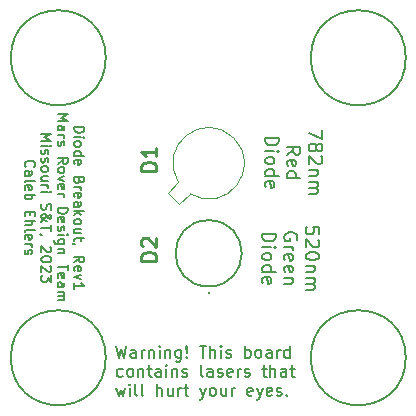
<source format=gbr>
%TF.GenerationSoftware,KiCad,Pcbnew,7.0.7*%
%TF.CreationDate,2023-10-31T17:39:05-05:00*%
%TF.ProjectId,Laser_Diode_Breakout,4c617365-725f-4446-996f-64655f427265,rev?*%
%TF.SameCoordinates,Original*%
%TF.FileFunction,Legend,Top*%
%TF.FilePolarity,Positive*%
%FSLAX46Y46*%
G04 Gerber Fmt 4.6, Leading zero omitted, Abs format (unit mm)*
G04 Created by KiCad (PCBNEW 7.0.7) date 2023-10-31 17:39:05*
%MOMM*%
%LPD*%
G01*
G04 APERTURE LIST*
%ADD10C,0.150000*%
%ADD11C,0.177800*%
%ADD12C,0.203200*%
%ADD13C,0.254000*%
%ADD14C,0.120000*%
%ADD15C,0.100000*%
%ADD16C,0.200000*%
G04 APERTURE END LIST*
D10*
X59169541Y-46519095D02*
X59407636Y-47519095D01*
X59407636Y-47519095D02*
X59598112Y-46804809D01*
X59598112Y-46804809D02*
X59788588Y-47519095D01*
X59788588Y-47519095D02*
X60026684Y-46519095D01*
X60836207Y-47519095D02*
X60836207Y-46995285D01*
X60836207Y-46995285D02*
X60788588Y-46900047D01*
X60788588Y-46900047D02*
X60693350Y-46852428D01*
X60693350Y-46852428D02*
X60502874Y-46852428D01*
X60502874Y-46852428D02*
X60407636Y-46900047D01*
X60836207Y-47471476D02*
X60740969Y-47519095D01*
X60740969Y-47519095D02*
X60502874Y-47519095D01*
X60502874Y-47519095D02*
X60407636Y-47471476D01*
X60407636Y-47471476D02*
X60360017Y-47376237D01*
X60360017Y-47376237D02*
X60360017Y-47280999D01*
X60360017Y-47280999D02*
X60407636Y-47185761D01*
X60407636Y-47185761D02*
X60502874Y-47138142D01*
X60502874Y-47138142D02*
X60740969Y-47138142D01*
X60740969Y-47138142D02*
X60836207Y-47090523D01*
X61312398Y-47519095D02*
X61312398Y-46852428D01*
X61312398Y-47042904D02*
X61360017Y-46947666D01*
X61360017Y-46947666D02*
X61407636Y-46900047D01*
X61407636Y-46900047D02*
X61502874Y-46852428D01*
X61502874Y-46852428D02*
X61598112Y-46852428D01*
X61931446Y-46852428D02*
X61931446Y-47519095D01*
X61931446Y-46947666D02*
X61979065Y-46900047D01*
X61979065Y-46900047D02*
X62074303Y-46852428D01*
X62074303Y-46852428D02*
X62217160Y-46852428D01*
X62217160Y-46852428D02*
X62312398Y-46900047D01*
X62312398Y-46900047D02*
X62360017Y-46995285D01*
X62360017Y-46995285D02*
X62360017Y-47519095D01*
X62836208Y-47519095D02*
X62836208Y-46852428D01*
X62836208Y-46519095D02*
X62788589Y-46566714D01*
X62788589Y-46566714D02*
X62836208Y-46614333D01*
X62836208Y-46614333D02*
X62883827Y-46566714D01*
X62883827Y-46566714D02*
X62836208Y-46519095D01*
X62836208Y-46519095D02*
X62836208Y-46614333D01*
X63312398Y-46852428D02*
X63312398Y-47519095D01*
X63312398Y-46947666D02*
X63360017Y-46900047D01*
X63360017Y-46900047D02*
X63455255Y-46852428D01*
X63455255Y-46852428D02*
X63598112Y-46852428D01*
X63598112Y-46852428D02*
X63693350Y-46900047D01*
X63693350Y-46900047D02*
X63740969Y-46995285D01*
X63740969Y-46995285D02*
X63740969Y-47519095D01*
X64645731Y-46852428D02*
X64645731Y-47661952D01*
X64645731Y-47661952D02*
X64598112Y-47757190D01*
X64598112Y-47757190D02*
X64550493Y-47804809D01*
X64550493Y-47804809D02*
X64455255Y-47852428D01*
X64455255Y-47852428D02*
X64312398Y-47852428D01*
X64312398Y-47852428D02*
X64217160Y-47804809D01*
X64645731Y-47471476D02*
X64550493Y-47519095D01*
X64550493Y-47519095D02*
X64360017Y-47519095D01*
X64360017Y-47519095D02*
X64264779Y-47471476D01*
X64264779Y-47471476D02*
X64217160Y-47423856D01*
X64217160Y-47423856D02*
X64169541Y-47328618D01*
X64169541Y-47328618D02*
X64169541Y-47042904D01*
X64169541Y-47042904D02*
X64217160Y-46947666D01*
X64217160Y-46947666D02*
X64264779Y-46900047D01*
X64264779Y-46900047D02*
X64360017Y-46852428D01*
X64360017Y-46852428D02*
X64550493Y-46852428D01*
X64550493Y-46852428D02*
X64645731Y-46900047D01*
X65121922Y-47423856D02*
X65169541Y-47471476D01*
X65169541Y-47471476D02*
X65121922Y-47519095D01*
X65121922Y-47519095D02*
X65074303Y-47471476D01*
X65074303Y-47471476D02*
X65121922Y-47423856D01*
X65121922Y-47423856D02*
X65121922Y-47519095D01*
X65121922Y-47138142D02*
X65074303Y-46566714D01*
X65074303Y-46566714D02*
X65121922Y-46519095D01*
X65121922Y-46519095D02*
X65169541Y-46566714D01*
X65169541Y-46566714D02*
X65121922Y-47138142D01*
X65121922Y-47138142D02*
X65121922Y-46519095D01*
X66217160Y-46519095D02*
X66788588Y-46519095D01*
X66502874Y-47519095D02*
X66502874Y-46519095D01*
X67121922Y-47519095D02*
X67121922Y-46519095D01*
X67550493Y-47519095D02*
X67550493Y-46995285D01*
X67550493Y-46995285D02*
X67502874Y-46900047D01*
X67502874Y-46900047D02*
X67407636Y-46852428D01*
X67407636Y-46852428D02*
X67264779Y-46852428D01*
X67264779Y-46852428D02*
X67169541Y-46900047D01*
X67169541Y-46900047D02*
X67121922Y-46947666D01*
X68026684Y-47519095D02*
X68026684Y-46852428D01*
X68026684Y-46519095D02*
X67979065Y-46566714D01*
X67979065Y-46566714D02*
X68026684Y-46614333D01*
X68026684Y-46614333D02*
X68074303Y-46566714D01*
X68074303Y-46566714D02*
X68026684Y-46519095D01*
X68026684Y-46519095D02*
X68026684Y-46614333D01*
X68455255Y-47471476D02*
X68550493Y-47519095D01*
X68550493Y-47519095D02*
X68740969Y-47519095D01*
X68740969Y-47519095D02*
X68836207Y-47471476D01*
X68836207Y-47471476D02*
X68883826Y-47376237D01*
X68883826Y-47376237D02*
X68883826Y-47328618D01*
X68883826Y-47328618D02*
X68836207Y-47233380D01*
X68836207Y-47233380D02*
X68740969Y-47185761D01*
X68740969Y-47185761D02*
X68598112Y-47185761D01*
X68598112Y-47185761D02*
X68502874Y-47138142D01*
X68502874Y-47138142D02*
X68455255Y-47042904D01*
X68455255Y-47042904D02*
X68455255Y-46995285D01*
X68455255Y-46995285D02*
X68502874Y-46900047D01*
X68502874Y-46900047D02*
X68598112Y-46852428D01*
X68598112Y-46852428D02*
X68740969Y-46852428D01*
X68740969Y-46852428D02*
X68836207Y-46900047D01*
X70074303Y-47519095D02*
X70074303Y-46519095D01*
X70074303Y-46900047D02*
X70169541Y-46852428D01*
X70169541Y-46852428D02*
X70360017Y-46852428D01*
X70360017Y-46852428D02*
X70455255Y-46900047D01*
X70455255Y-46900047D02*
X70502874Y-46947666D01*
X70502874Y-46947666D02*
X70550493Y-47042904D01*
X70550493Y-47042904D02*
X70550493Y-47328618D01*
X70550493Y-47328618D02*
X70502874Y-47423856D01*
X70502874Y-47423856D02*
X70455255Y-47471476D01*
X70455255Y-47471476D02*
X70360017Y-47519095D01*
X70360017Y-47519095D02*
X70169541Y-47519095D01*
X70169541Y-47519095D02*
X70074303Y-47471476D01*
X71121922Y-47519095D02*
X71026684Y-47471476D01*
X71026684Y-47471476D02*
X70979065Y-47423856D01*
X70979065Y-47423856D02*
X70931446Y-47328618D01*
X70931446Y-47328618D02*
X70931446Y-47042904D01*
X70931446Y-47042904D02*
X70979065Y-46947666D01*
X70979065Y-46947666D02*
X71026684Y-46900047D01*
X71026684Y-46900047D02*
X71121922Y-46852428D01*
X71121922Y-46852428D02*
X71264779Y-46852428D01*
X71264779Y-46852428D02*
X71360017Y-46900047D01*
X71360017Y-46900047D02*
X71407636Y-46947666D01*
X71407636Y-46947666D02*
X71455255Y-47042904D01*
X71455255Y-47042904D02*
X71455255Y-47328618D01*
X71455255Y-47328618D02*
X71407636Y-47423856D01*
X71407636Y-47423856D02*
X71360017Y-47471476D01*
X71360017Y-47471476D02*
X71264779Y-47519095D01*
X71264779Y-47519095D02*
X71121922Y-47519095D01*
X72312398Y-47519095D02*
X72312398Y-46995285D01*
X72312398Y-46995285D02*
X72264779Y-46900047D01*
X72264779Y-46900047D02*
X72169541Y-46852428D01*
X72169541Y-46852428D02*
X71979065Y-46852428D01*
X71979065Y-46852428D02*
X71883827Y-46900047D01*
X72312398Y-47471476D02*
X72217160Y-47519095D01*
X72217160Y-47519095D02*
X71979065Y-47519095D01*
X71979065Y-47519095D02*
X71883827Y-47471476D01*
X71883827Y-47471476D02*
X71836208Y-47376237D01*
X71836208Y-47376237D02*
X71836208Y-47280999D01*
X71836208Y-47280999D02*
X71883827Y-47185761D01*
X71883827Y-47185761D02*
X71979065Y-47138142D01*
X71979065Y-47138142D02*
X72217160Y-47138142D01*
X72217160Y-47138142D02*
X72312398Y-47090523D01*
X72788589Y-47519095D02*
X72788589Y-46852428D01*
X72788589Y-47042904D02*
X72836208Y-46947666D01*
X72836208Y-46947666D02*
X72883827Y-46900047D01*
X72883827Y-46900047D02*
X72979065Y-46852428D01*
X72979065Y-46852428D02*
X73074303Y-46852428D01*
X73836208Y-47519095D02*
X73836208Y-46519095D01*
X73836208Y-47471476D02*
X73740970Y-47519095D01*
X73740970Y-47519095D02*
X73550494Y-47519095D01*
X73550494Y-47519095D02*
X73455256Y-47471476D01*
X73455256Y-47471476D02*
X73407637Y-47423856D01*
X73407637Y-47423856D02*
X73360018Y-47328618D01*
X73360018Y-47328618D02*
X73360018Y-47042904D01*
X73360018Y-47042904D02*
X73407637Y-46947666D01*
X73407637Y-46947666D02*
X73455256Y-46900047D01*
X73455256Y-46900047D02*
X73550494Y-46852428D01*
X73550494Y-46852428D02*
X73740970Y-46852428D01*
X73740970Y-46852428D02*
X73836208Y-46900047D01*
X59693350Y-49081476D02*
X59598112Y-49129095D01*
X59598112Y-49129095D02*
X59407636Y-49129095D01*
X59407636Y-49129095D02*
X59312398Y-49081476D01*
X59312398Y-49081476D02*
X59264779Y-49033856D01*
X59264779Y-49033856D02*
X59217160Y-48938618D01*
X59217160Y-48938618D02*
X59217160Y-48652904D01*
X59217160Y-48652904D02*
X59264779Y-48557666D01*
X59264779Y-48557666D02*
X59312398Y-48510047D01*
X59312398Y-48510047D02*
X59407636Y-48462428D01*
X59407636Y-48462428D02*
X59598112Y-48462428D01*
X59598112Y-48462428D02*
X59693350Y-48510047D01*
X60264779Y-49129095D02*
X60169541Y-49081476D01*
X60169541Y-49081476D02*
X60121922Y-49033856D01*
X60121922Y-49033856D02*
X60074303Y-48938618D01*
X60074303Y-48938618D02*
X60074303Y-48652904D01*
X60074303Y-48652904D02*
X60121922Y-48557666D01*
X60121922Y-48557666D02*
X60169541Y-48510047D01*
X60169541Y-48510047D02*
X60264779Y-48462428D01*
X60264779Y-48462428D02*
X60407636Y-48462428D01*
X60407636Y-48462428D02*
X60502874Y-48510047D01*
X60502874Y-48510047D02*
X60550493Y-48557666D01*
X60550493Y-48557666D02*
X60598112Y-48652904D01*
X60598112Y-48652904D02*
X60598112Y-48938618D01*
X60598112Y-48938618D02*
X60550493Y-49033856D01*
X60550493Y-49033856D02*
X60502874Y-49081476D01*
X60502874Y-49081476D02*
X60407636Y-49129095D01*
X60407636Y-49129095D02*
X60264779Y-49129095D01*
X61026684Y-48462428D02*
X61026684Y-49129095D01*
X61026684Y-48557666D02*
X61074303Y-48510047D01*
X61074303Y-48510047D02*
X61169541Y-48462428D01*
X61169541Y-48462428D02*
X61312398Y-48462428D01*
X61312398Y-48462428D02*
X61407636Y-48510047D01*
X61407636Y-48510047D02*
X61455255Y-48605285D01*
X61455255Y-48605285D02*
X61455255Y-49129095D01*
X61788589Y-48462428D02*
X62169541Y-48462428D01*
X61931446Y-48129095D02*
X61931446Y-48986237D01*
X61931446Y-48986237D02*
X61979065Y-49081476D01*
X61979065Y-49081476D02*
X62074303Y-49129095D01*
X62074303Y-49129095D02*
X62169541Y-49129095D01*
X62931446Y-49129095D02*
X62931446Y-48605285D01*
X62931446Y-48605285D02*
X62883827Y-48510047D01*
X62883827Y-48510047D02*
X62788589Y-48462428D01*
X62788589Y-48462428D02*
X62598113Y-48462428D01*
X62598113Y-48462428D02*
X62502875Y-48510047D01*
X62931446Y-49081476D02*
X62836208Y-49129095D01*
X62836208Y-49129095D02*
X62598113Y-49129095D01*
X62598113Y-49129095D02*
X62502875Y-49081476D01*
X62502875Y-49081476D02*
X62455256Y-48986237D01*
X62455256Y-48986237D02*
X62455256Y-48890999D01*
X62455256Y-48890999D02*
X62502875Y-48795761D01*
X62502875Y-48795761D02*
X62598113Y-48748142D01*
X62598113Y-48748142D02*
X62836208Y-48748142D01*
X62836208Y-48748142D02*
X62931446Y-48700523D01*
X63407637Y-49129095D02*
X63407637Y-48462428D01*
X63407637Y-48129095D02*
X63360018Y-48176714D01*
X63360018Y-48176714D02*
X63407637Y-48224333D01*
X63407637Y-48224333D02*
X63455256Y-48176714D01*
X63455256Y-48176714D02*
X63407637Y-48129095D01*
X63407637Y-48129095D02*
X63407637Y-48224333D01*
X63883827Y-48462428D02*
X63883827Y-49129095D01*
X63883827Y-48557666D02*
X63931446Y-48510047D01*
X63931446Y-48510047D02*
X64026684Y-48462428D01*
X64026684Y-48462428D02*
X64169541Y-48462428D01*
X64169541Y-48462428D02*
X64264779Y-48510047D01*
X64264779Y-48510047D02*
X64312398Y-48605285D01*
X64312398Y-48605285D02*
X64312398Y-49129095D01*
X64740970Y-49081476D02*
X64836208Y-49129095D01*
X64836208Y-49129095D02*
X65026684Y-49129095D01*
X65026684Y-49129095D02*
X65121922Y-49081476D01*
X65121922Y-49081476D02*
X65169541Y-48986237D01*
X65169541Y-48986237D02*
X65169541Y-48938618D01*
X65169541Y-48938618D02*
X65121922Y-48843380D01*
X65121922Y-48843380D02*
X65026684Y-48795761D01*
X65026684Y-48795761D02*
X64883827Y-48795761D01*
X64883827Y-48795761D02*
X64788589Y-48748142D01*
X64788589Y-48748142D02*
X64740970Y-48652904D01*
X64740970Y-48652904D02*
X64740970Y-48605285D01*
X64740970Y-48605285D02*
X64788589Y-48510047D01*
X64788589Y-48510047D02*
X64883827Y-48462428D01*
X64883827Y-48462428D02*
X65026684Y-48462428D01*
X65026684Y-48462428D02*
X65121922Y-48510047D01*
X66502875Y-49129095D02*
X66407637Y-49081476D01*
X66407637Y-49081476D02*
X66360018Y-48986237D01*
X66360018Y-48986237D02*
X66360018Y-48129095D01*
X67312399Y-49129095D02*
X67312399Y-48605285D01*
X67312399Y-48605285D02*
X67264780Y-48510047D01*
X67264780Y-48510047D02*
X67169542Y-48462428D01*
X67169542Y-48462428D02*
X66979066Y-48462428D01*
X66979066Y-48462428D02*
X66883828Y-48510047D01*
X67312399Y-49081476D02*
X67217161Y-49129095D01*
X67217161Y-49129095D02*
X66979066Y-49129095D01*
X66979066Y-49129095D02*
X66883828Y-49081476D01*
X66883828Y-49081476D02*
X66836209Y-48986237D01*
X66836209Y-48986237D02*
X66836209Y-48890999D01*
X66836209Y-48890999D02*
X66883828Y-48795761D01*
X66883828Y-48795761D02*
X66979066Y-48748142D01*
X66979066Y-48748142D02*
X67217161Y-48748142D01*
X67217161Y-48748142D02*
X67312399Y-48700523D01*
X67740971Y-49081476D02*
X67836209Y-49129095D01*
X67836209Y-49129095D02*
X68026685Y-49129095D01*
X68026685Y-49129095D02*
X68121923Y-49081476D01*
X68121923Y-49081476D02*
X68169542Y-48986237D01*
X68169542Y-48986237D02*
X68169542Y-48938618D01*
X68169542Y-48938618D02*
X68121923Y-48843380D01*
X68121923Y-48843380D02*
X68026685Y-48795761D01*
X68026685Y-48795761D02*
X67883828Y-48795761D01*
X67883828Y-48795761D02*
X67788590Y-48748142D01*
X67788590Y-48748142D02*
X67740971Y-48652904D01*
X67740971Y-48652904D02*
X67740971Y-48605285D01*
X67740971Y-48605285D02*
X67788590Y-48510047D01*
X67788590Y-48510047D02*
X67883828Y-48462428D01*
X67883828Y-48462428D02*
X68026685Y-48462428D01*
X68026685Y-48462428D02*
X68121923Y-48510047D01*
X68979066Y-49081476D02*
X68883828Y-49129095D01*
X68883828Y-49129095D02*
X68693352Y-49129095D01*
X68693352Y-49129095D02*
X68598114Y-49081476D01*
X68598114Y-49081476D02*
X68550495Y-48986237D01*
X68550495Y-48986237D02*
X68550495Y-48605285D01*
X68550495Y-48605285D02*
X68598114Y-48510047D01*
X68598114Y-48510047D02*
X68693352Y-48462428D01*
X68693352Y-48462428D02*
X68883828Y-48462428D01*
X68883828Y-48462428D02*
X68979066Y-48510047D01*
X68979066Y-48510047D02*
X69026685Y-48605285D01*
X69026685Y-48605285D02*
X69026685Y-48700523D01*
X69026685Y-48700523D02*
X68550495Y-48795761D01*
X69455257Y-49129095D02*
X69455257Y-48462428D01*
X69455257Y-48652904D02*
X69502876Y-48557666D01*
X69502876Y-48557666D02*
X69550495Y-48510047D01*
X69550495Y-48510047D02*
X69645733Y-48462428D01*
X69645733Y-48462428D02*
X69740971Y-48462428D01*
X70026686Y-49081476D02*
X70121924Y-49129095D01*
X70121924Y-49129095D02*
X70312400Y-49129095D01*
X70312400Y-49129095D02*
X70407638Y-49081476D01*
X70407638Y-49081476D02*
X70455257Y-48986237D01*
X70455257Y-48986237D02*
X70455257Y-48938618D01*
X70455257Y-48938618D02*
X70407638Y-48843380D01*
X70407638Y-48843380D02*
X70312400Y-48795761D01*
X70312400Y-48795761D02*
X70169543Y-48795761D01*
X70169543Y-48795761D02*
X70074305Y-48748142D01*
X70074305Y-48748142D02*
X70026686Y-48652904D01*
X70026686Y-48652904D02*
X70026686Y-48605285D01*
X70026686Y-48605285D02*
X70074305Y-48510047D01*
X70074305Y-48510047D02*
X70169543Y-48462428D01*
X70169543Y-48462428D02*
X70312400Y-48462428D01*
X70312400Y-48462428D02*
X70407638Y-48510047D01*
X71502877Y-48462428D02*
X71883829Y-48462428D01*
X71645734Y-48129095D02*
X71645734Y-48986237D01*
X71645734Y-48986237D02*
X71693353Y-49081476D01*
X71693353Y-49081476D02*
X71788591Y-49129095D01*
X71788591Y-49129095D02*
X71883829Y-49129095D01*
X72217163Y-49129095D02*
X72217163Y-48129095D01*
X72645734Y-49129095D02*
X72645734Y-48605285D01*
X72645734Y-48605285D02*
X72598115Y-48510047D01*
X72598115Y-48510047D02*
X72502877Y-48462428D01*
X72502877Y-48462428D02*
X72360020Y-48462428D01*
X72360020Y-48462428D02*
X72264782Y-48510047D01*
X72264782Y-48510047D02*
X72217163Y-48557666D01*
X73550496Y-49129095D02*
X73550496Y-48605285D01*
X73550496Y-48605285D02*
X73502877Y-48510047D01*
X73502877Y-48510047D02*
X73407639Y-48462428D01*
X73407639Y-48462428D02*
X73217163Y-48462428D01*
X73217163Y-48462428D02*
X73121925Y-48510047D01*
X73550496Y-49081476D02*
X73455258Y-49129095D01*
X73455258Y-49129095D02*
X73217163Y-49129095D01*
X73217163Y-49129095D02*
X73121925Y-49081476D01*
X73121925Y-49081476D02*
X73074306Y-48986237D01*
X73074306Y-48986237D02*
X73074306Y-48890999D01*
X73074306Y-48890999D02*
X73121925Y-48795761D01*
X73121925Y-48795761D02*
X73217163Y-48748142D01*
X73217163Y-48748142D02*
X73455258Y-48748142D01*
X73455258Y-48748142D02*
X73550496Y-48700523D01*
X73883830Y-48462428D02*
X74264782Y-48462428D01*
X74026687Y-48129095D02*
X74026687Y-48986237D01*
X74026687Y-48986237D02*
X74074306Y-49081476D01*
X74074306Y-49081476D02*
X74169544Y-49129095D01*
X74169544Y-49129095D02*
X74264782Y-49129095D01*
X59169541Y-50072428D02*
X59360017Y-50739095D01*
X59360017Y-50739095D02*
X59550493Y-50262904D01*
X59550493Y-50262904D02*
X59740969Y-50739095D01*
X59740969Y-50739095D02*
X59931445Y-50072428D01*
X60312398Y-50739095D02*
X60312398Y-50072428D01*
X60312398Y-49739095D02*
X60264779Y-49786714D01*
X60264779Y-49786714D02*
X60312398Y-49834333D01*
X60312398Y-49834333D02*
X60360017Y-49786714D01*
X60360017Y-49786714D02*
X60312398Y-49739095D01*
X60312398Y-49739095D02*
X60312398Y-49834333D01*
X60931445Y-50739095D02*
X60836207Y-50691476D01*
X60836207Y-50691476D02*
X60788588Y-50596237D01*
X60788588Y-50596237D02*
X60788588Y-49739095D01*
X61455255Y-50739095D02*
X61360017Y-50691476D01*
X61360017Y-50691476D02*
X61312398Y-50596237D01*
X61312398Y-50596237D02*
X61312398Y-49739095D01*
X62598113Y-50739095D02*
X62598113Y-49739095D01*
X63026684Y-50739095D02*
X63026684Y-50215285D01*
X63026684Y-50215285D02*
X62979065Y-50120047D01*
X62979065Y-50120047D02*
X62883827Y-50072428D01*
X62883827Y-50072428D02*
X62740970Y-50072428D01*
X62740970Y-50072428D02*
X62645732Y-50120047D01*
X62645732Y-50120047D02*
X62598113Y-50167666D01*
X63931446Y-50072428D02*
X63931446Y-50739095D01*
X63502875Y-50072428D02*
X63502875Y-50596237D01*
X63502875Y-50596237D02*
X63550494Y-50691476D01*
X63550494Y-50691476D02*
X63645732Y-50739095D01*
X63645732Y-50739095D02*
X63788589Y-50739095D01*
X63788589Y-50739095D02*
X63883827Y-50691476D01*
X63883827Y-50691476D02*
X63931446Y-50643856D01*
X64407637Y-50739095D02*
X64407637Y-50072428D01*
X64407637Y-50262904D02*
X64455256Y-50167666D01*
X64455256Y-50167666D02*
X64502875Y-50120047D01*
X64502875Y-50120047D02*
X64598113Y-50072428D01*
X64598113Y-50072428D02*
X64693351Y-50072428D01*
X64883828Y-50072428D02*
X65264780Y-50072428D01*
X65026685Y-49739095D02*
X65026685Y-50596237D01*
X65026685Y-50596237D02*
X65074304Y-50691476D01*
X65074304Y-50691476D02*
X65169542Y-50739095D01*
X65169542Y-50739095D02*
X65264780Y-50739095D01*
X66264781Y-50072428D02*
X66502876Y-50739095D01*
X66740971Y-50072428D02*
X66502876Y-50739095D01*
X66502876Y-50739095D02*
X66407638Y-50977190D01*
X66407638Y-50977190D02*
X66360019Y-51024809D01*
X66360019Y-51024809D02*
X66264781Y-51072428D01*
X67264781Y-50739095D02*
X67169543Y-50691476D01*
X67169543Y-50691476D02*
X67121924Y-50643856D01*
X67121924Y-50643856D02*
X67074305Y-50548618D01*
X67074305Y-50548618D02*
X67074305Y-50262904D01*
X67074305Y-50262904D02*
X67121924Y-50167666D01*
X67121924Y-50167666D02*
X67169543Y-50120047D01*
X67169543Y-50120047D02*
X67264781Y-50072428D01*
X67264781Y-50072428D02*
X67407638Y-50072428D01*
X67407638Y-50072428D02*
X67502876Y-50120047D01*
X67502876Y-50120047D02*
X67550495Y-50167666D01*
X67550495Y-50167666D02*
X67598114Y-50262904D01*
X67598114Y-50262904D02*
X67598114Y-50548618D01*
X67598114Y-50548618D02*
X67550495Y-50643856D01*
X67550495Y-50643856D02*
X67502876Y-50691476D01*
X67502876Y-50691476D02*
X67407638Y-50739095D01*
X67407638Y-50739095D02*
X67264781Y-50739095D01*
X68455257Y-50072428D02*
X68455257Y-50739095D01*
X68026686Y-50072428D02*
X68026686Y-50596237D01*
X68026686Y-50596237D02*
X68074305Y-50691476D01*
X68074305Y-50691476D02*
X68169543Y-50739095D01*
X68169543Y-50739095D02*
X68312400Y-50739095D01*
X68312400Y-50739095D02*
X68407638Y-50691476D01*
X68407638Y-50691476D02*
X68455257Y-50643856D01*
X68931448Y-50739095D02*
X68931448Y-50072428D01*
X68931448Y-50262904D02*
X68979067Y-50167666D01*
X68979067Y-50167666D02*
X69026686Y-50120047D01*
X69026686Y-50120047D02*
X69121924Y-50072428D01*
X69121924Y-50072428D02*
X69217162Y-50072428D01*
X70693353Y-50691476D02*
X70598115Y-50739095D01*
X70598115Y-50739095D02*
X70407639Y-50739095D01*
X70407639Y-50739095D02*
X70312401Y-50691476D01*
X70312401Y-50691476D02*
X70264782Y-50596237D01*
X70264782Y-50596237D02*
X70264782Y-50215285D01*
X70264782Y-50215285D02*
X70312401Y-50120047D01*
X70312401Y-50120047D02*
X70407639Y-50072428D01*
X70407639Y-50072428D02*
X70598115Y-50072428D01*
X70598115Y-50072428D02*
X70693353Y-50120047D01*
X70693353Y-50120047D02*
X70740972Y-50215285D01*
X70740972Y-50215285D02*
X70740972Y-50310523D01*
X70740972Y-50310523D02*
X70264782Y-50405761D01*
X71074306Y-50072428D02*
X71312401Y-50739095D01*
X71550496Y-50072428D02*
X71312401Y-50739095D01*
X71312401Y-50739095D02*
X71217163Y-50977190D01*
X71217163Y-50977190D02*
X71169544Y-51024809D01*
X71169544Y-51024809D02*
X71074306Y-51072428D01*
X72312401Y-50691476D02*
X72217163Y-50739095D01*
X72217163Y-50739095D02*
X72026687Y-50739095D01*
X72026687Y-50739095D02*
X71931449Y-50691476D01*
X71931449Y-50691476D02*
X71883830Y-50596237D01*
X71883830Y-50596237D02*
X71883830Y-50215285D01*
X71883830Y-50215285D02*
X71931449Y-50120047D01*
X71931449Y-50120047D02*
X72026687Y-50072428D01*
X72026687Y-50072428D02*
X72217163Y-50072428D01*
X72217163Y-50072428D02*
X72312401Y-50120047D01*
X72312401Y-50120047D02*
X72360020Y-50215285D01*
X72360020Y-50215285D02*
X72360020Y-50310523D01*
X72360020Y-50310523D02*
X71883830Y-50405761D01*
X72740973Y-50691476D02*
X72836211Y-50739095D01*
X72836211Y-50739095D02*
X73026687Y-50739095D01*
X73026687Y-50739095D02*
X73121925Y-50691476D01*
X73121925Y-50691476D02*
X73169544Y-50596237D01*
X73169544Y-50596237D02*
X73169544Y-50548618D01*
X73169544Y-50548618D02*
X73121925Y-50453380D01*
X73121925Y-50453380D02*
X73026687Y-50405761D01*
X73026687Y-50405761D02*
X72883830Y-50405761D01*
X72883830Y-50405761D02*
X72788592Y-50358142D01*
X72788592Y-50358142D02*
X72740973Y-50262904D01*
X72740973Y-50262904D02*
X72740973Y-50215285D01*
X72740973Y-50215285D02*
X72788592Y-50120047D01*
X72788592Y-50120047D02*
X72883830Y-50072428D01*
X72883830Y-50072428D02*
X73026687Y-50072428D01*
X73026687Y-50072428D02*
X73121925Y-50120047D01*
X73598116Y-50643856D02*
X73645735Y-50691476D01*
X73645735Y-50691476D02*
X73598116Y-50739095D01*
X73598116Y-50739095D02*
X73550497Y-50691476D01*
X73550497Y-50691476D02*
X73598116Y-50643856D01*
X73598116Y-50643856D02*
X73598116Y-50739095D01*
D11*
X55594121Y-27971448D02*
X56457721Y-27971448D01*
X56457721Y-27971448D02*
X56457721Y-28177067D01*
X56457721Y-28177067D02*
X56416597Y-28300438D01*
X56416597Y-28300438D02*
X56334349Y-28382686D01*
X56334349Y-28382686D02*
X56252102Y-28423809D01*
X56252102Y-28423809D02*
X56087606Y-28464933D01*
X56087606Y-28464933D02*
X55964235Y-28464933D01*
X55964235Y-28464933D02*
X55799740Y-28423809D01*
X55799740Y-28423809D02*
X55717492Y-28382686D01*
X55717492Y-28382686D02*
X55635245Y-28300438D01*
X55635245Y-28300438D02*
X55594121Y-28177067D01*
X55594121Y-28177067D02*
X55594121Y-27971448D01*
X55594121Y-28835048D02*
X56169854Y-28835048D01*
X56457721Y-28835048D02*
X56416597Y-28793924D01*
X56416597Y-28793924D02*
X56375473Y-28835048D01*
X56375473Y-28835048D02*
X56416597Y-28876171D01*
X56416597Y-28876171D02*
X56457721Y-28835048D01*
X56457721Y-28835048D02*
X56375473Y-28835048D01*
X55594121Y-29369657D02*
X55635245Y-29287409D01*
X55635245Y-29287409D02*
X55676368Y-29246286D01*
X55676368Y-29246286D02*
X55758616Y-29205162D01*
X55758616Y-29205162D02*
X56005359Y-29205162D01*
X56005359Y-29205162D02*
X56087606Y-29246286D01*
X56087606Y-29246286D02*
X56128730Y-29287409D01*
X56128730Y-29287409D02*
X56169854Y-29369657D01*
X56169854Y-29369657D02*
X56169854Y-29493028D01*
X56169854Y-29493028D02*
X56128730Y-29575276D01*
X56128730Y-29575276D02*
X56087606Y-29616400D01*
X56087606Y-29616400D02*
X56005359Y-29657524D01*
X56005359Y-29657524D02*
X55758616Y-29657524D01*
X55758616Y-29657524D02*
X55676368Y-29616400D01*
X55676368Y-29616400D02*
X55635245Y-29575276D01*
X55635245Y-29575276D02*
X55594121Y-29493028D01*
X55594121Y-29493028D02*
X55594121Y-29369657D01*
X55594121Y-30397752D02*
X56457721Y-30397752D01*
X55635245Y-30397752D02*
X55594121Y-30315504D01*
X55594121Y-30315504D02*
X55594121Y-30151009D01*
X55594121Y-30151009D02*
X55635245Y-30068761D01*
X55635245Y-30068761D02*
X55676368Y-30027638D01*
X55676368Y-30027638D02*
X55758616Y-29986514D01*
X55758616Y-29986514D02*
X56005359Y-29986514D01*
X56005359Y-29986514D02*
X56087606Y-30027638D01*
X56087606Y-30027638D02*
X56128730Y-30068761D01*
X56128730Y-30068761D02*
X56169854Y-30151009D01*
X56169854Y-30151009D02*
X56169854Y-30315504D01*
X56169854Y-30315504D02*
X56128730Y-30397752D01*
X55635245Y-31137980D02*
X55594121Y-31055732D01*
X55594121Y-31055732D02*
X55594121Y-30891237D01*
X55594121Y-30891237D02*
X55635245Y-30808990D01*
X55635245Y-30808990D02*
X55717492Y-30767866D01*
X55717492Y-30767866D02*
X56046483Y-30767866D01*
X56046483Y-30767866D02*
X56128730Y-30808990D01*
X56128730Y-30808990D02*
X56169854Y-30891237D01*
X56169854Y-30891237D02*
X56169854Y-31055732D01*
X56169854Y-31055732D02*
X56128730Y-31137980D01*
X56128730Y-31137980D02*
X56046483Y-31179104D01*
X56046483Y-31179104D02*
X55964235Y-31179104D01*
X55964235Y-31179104D02*
X55881987Y-30767866D01*
X56046483Y-32495066D02*
X56005359Y-32618438D01*
X56005359Y-32618438D02*
X55964235Y-32659561D01*
X55964235Y-32659561D02*
X55881987Y-32700685D01*
X55881987Y-32700685D02*
X55758616Y-32700685D01*
X55758616Y-32700685D02*
X55676368Y-32659561D01*
X55676368Y-32659561D02*
X55635245Y-32618438D01*
X55635245Y-32618438D02*
X55594121Y-32536190D01*
X55594121Y-32536190D02*
X55594121Y-32207200D01*
X55594121Y-32207200D02*
X56457721Y-32207200D01*
X56457721Y-32207200D02*
X56457721Y-32495066D01*
X56457721Y-32495066D02*
X56416597Y-32577314D01*
X56416597Y-32577314D02*
X56375473Y-32618438D01*
X56375473Y-32618438D02*
X56293225Y-32659561D01*
X56293225Y-32659561D02*
X56210978Y-32659561D01*
X56210978Y-32659561D02*
X56128730Y-32618438D01*
X56128730Y-32618438D02*
X56087606Y-32577314D01*
X56087606Y-32577314D02*
X56046483Y-32495066D01*
X56046483Y-32495066D02*
X56046483Y-32207200D01*
X55594121Y-33070800D02*
X56169854Y-33070800D01*
X56005359Y-33070800D02*
X56087606Y-33111923D01*
X56087606Y-33111923D02*
X56128730Y-33153047D01*
X56128730Y-33153047D02*
X56169854Y-33235295D01*
X56169854Y-33235295D02*
X56169854Y-33317542D01*
X55635245Y-33934400D02*
X55594121Y-33852152D01*
X55594121Y-33852152D02*
X55594121Y-33687657D01*
X55594121Y-33687657D02*
X55635245Y-33605410D01*
X55635245Y-33605410D02*
X55717492Y-33564286D01*
X55717492Y-33564286D02*
X56046483Y-33564286D01*
X56046483Y-33564286D02*
X56128730Y-33605410D01*
X56128730Y-33605410D02*
X56169854Y-33687657D01*
X56169854Y-33687657D02*
X56169854Y-33852152D01*
X56169854Y-33852152D02*
X56128730Y-33934400D01*
X56128730Y-33934400D02*
X56046483Y-33975524D01*
X56046483Y-33975524D02*
X55964235Y-33975524D01*
X55964235Y-33975524D02*
X55881987Y-33564286D01*
X55594121Y-34715753D02*
X56046483Y-34715753D01*
X56046483Y-34715753D02*
X56128730Y-34674629D01*
X56128730Y-34674629D02*
X56169854Y-34592381D01*
X56169854Y-34592381D02*
X56169854Y-34427886D01*
X56169854Y-34427886D02*
X56128730Y-34345639D01*
X55635245Y-34715753D02*
X55594121Y-34633505D01*
X55594121Y-34633505D02*
X55594121Y-34427886D01*
X55594121Y-34427886D02*
X55635245Y-34345639D01*
X55635245Y-34345639D02*
X55717492Y-34304515D01*
X55717492Y-34304515D02*
X55799740Y-34304515D01*
X55799740Y-34304515D02*
X55881987Y-34345639D01*
X55881987Y-34345639D02*
X55923111Y-34427886D01*
X55923111Y-34427886D02*
X55923111Y-34633505D01*
X55923111Y-34633505D02*
X55964235Y-34715753D01*
X55594121Y-35126991D02*
X56457721Y-35126991D01*
X55923111Y-35209238D02*
X55594121Y-35455981D01*
X56169854Y-35455981D02*
X55840864Y-35126991D01*
X55594121Y-35949467D02*
X55635245Y-35867219D01*
X55635245Y-35867219D02*
X55676368Y-35826096D01*
X55676368Y-35826096D02*
X55758616Y-35784972D01*
X55758616Y-35784972D02*
X56005359Y-35784972D01*
X56005359Y-35784972D02*
X56087606Y-35826096D01*
X56087606Y-35826096D02*
X56128730Y-35867219D01*
X56128730Y-35867219D02*
X56169854Y-35949467D01*
X56169854Y-35949467D02*
X56169854Y-36072838D01*
X56169854Y-36072838D02*
X56128730Y-36155086D01*
X56128730Y-36155086D02*
X56087606Y-36196210D01*
X56087606Y-36196210D02*
X56005359Y-36237334D01*
X56005359Y-36237334D02*
X55758616Y-36237334D01*
X55758616Y-36237334D02*
X55676368Y-36196210D01*
X55676368Y-36196210D02*
X55635245Y-36155086D01*
X55635245Y-36155086D02*
X55594121Y-36072838D01*
X55594121Y-36072838D02*
X55594121Y-35949467D01*
X56169854Y-36977562D02*
X55594121Y-36977562D01*
X56169854Y-36607448D02*
X55717492Y-36607448D01*
X55717492Y-36607448D02*
X55635245Y-36648571D01*
X55635245Y-36648571D02*
X55594121Y-36730819D01*
X55594121Y-36730819D02*
X55594121Y-36854190D01*
X55594121Y-36854190D02*
X55635245Y-36936438D01*
X55635245Y-36936438D02*
X55676368Y-36977562D01*
X56169854Y-37265428D02*
X56169854Y-37594419D01*
X56457721Y-37388800D02*
X55717492Y-37388800D01*
X55717492Y-37388800D02*
X55635245Y-37429923D01*
X55635245Y-37429923D02*
X55594121Y-37512171D01*
X55594121Y-37512171D02*
X55594121Y-37594419D01*
X55635245Y-37923409D02*
X55594121Y-37923409D01*
X55594121Y-37923409D02*
X55511873Y-37882286D01*
X55511873Y-37882286D02*
X55470749Y-37841162D01*
X55594121Y-39444990D02*
X56005359Y-39157124D01*
X55594121Y-38951505D02*
X56457721Y-38951505D01*
X56457721Y-38951505D02*
X56457721Y-39280495D01*
X56457721Y-39280495D02*
X56416597Y-39362743D01*
X56416597Y-39362743D02*
X56375473Y-39403866D01*
X56375473Y-39403866D02*
X56293225Y-39444990D01*
X56293225Y-39444990D02*
X56169854Y-39444990D01*
X56169854Y-39444990D02*
X56087606Y-39403866D01*
X56087606Y-39403866D02*
X56046483Y-39362743D01*
X56046483Y-39362743D02*
X56005359Y-39280495D01*
X56005359Y-39280495D02*
X56005359Y-38951505D01*
X55635245Y-40144095D02*
X55594121Y-40061847D01*
X55594121Y-40061847D02*
X55594121Y-39897352D01*
X55594121Y-39897352D02*
X55635245Y-39815105D01*
X55635245Y-39815105D02*
X55717492Y-39773981D01*
X55717492Y-39773981D02*
X56046483Y-39773981D01*
X56046483Y-39773981D02*
X56128730Y-39815105D01*
X56128730Y-39815105D02*
X56169854Y-39897352D01*
X56169854Y-39897352D02*
X56169854Y-40061847D01*
X56169854Y-40061847D02*
X56128730Y-40144095D01*
X56128730Y-40144095D02*
X56046483Y-40185219D01*
X56046483Y-40185219D02*
X55964235Y-40185219D01*
X55964235Y-40185219D02*
X55881987Y-39773981D01*
X56169854Y-40473086D02*
X55594121Y-40678705D01*
X55594121Y-40678705D02*
X56169854Y-40884324D01*
X55594121Y-41665676D02*
X55594121Y-41172191D01*
X55594121Y-41418934D02*
X56457721Y-41418934D01*
X56457721Y-41418934D02*
X56334349Y-41336686D01*
X56334349Y-41336686D02*
X56252102Y-41254438D01*
X56252102Y-41254438D02*
X56210978Y-41172191D01*
X54203725Y-26922790D02*
X55067325Y-26922790D01*
X55067325Y-26922790D02*
X54450468Y-27210656D01*
X54450468Y-27210656D02*
X55067325Y-27498523D01*
X55067325Y-27498523D02*
X54203725Y-27498523D01*
X54203725Y-28279875D02*
X54656087Y-28279875D01*
X54656087Y-28279875D02*
X54738334Y-28238751D01*
X54738334Y-28238751D02*
X54779458Y-28156503D01*
X54779458Y-28156503D02*
X54779458Y-27992008D01*
X54779458Y-27992008D02*
X54738334Y-27909761D01*
X54244849Y-28279875D02*
X54203725Y-28197627D01*
X54203725Y-28197627D02*
X54203725Y-27992008D01*
X54203725Y-27992008D02*
X54244849Y-27909761D01*
X54244849Y-27909761D02*
X54327096Y-27868637D01*
X54327096Y-27868637D02*
X54409344Y-27868637D01*
X54409344Y-27868637D02*
X54491591Y-27909761D01*
X54491591Y-27909761D02*
X54532715Y-27992008D01*
X54532715Y-27992008D02*
X54532715Y-28197627D01*
X54532715Y-28197627D02*
X54573839Y-28279875D01*
X54203725Y-28691113D02*
X54779458Y-28691113D01*
X54614963Y-28691113D02*
X54697210Y-28732236D01*
X54697210Y-28732236D02*
X54738334Y-28773360D01*
X54738334Y-28773360D02*
X54779458Y-28855608D01*
X54779458Y-28855608D02*
X54779458Y-28937855D01*
X54244849Y-29184599D02*
X54203725Y-29266846D01*
X54203725Y-29266846D02*
X54203725Y-29431342D01*
X54203725Y-29431342D02*
X54244849Y-29513589D01*
X54244849Y-29513589D02*
X54327096Y-29554713D01*
X54327096Y-29554713D02*
X54368220Y-29554713D01*
X54368220Y-29554713D02*
X54450468Y-29513589D01*
X54450468Y-29513589D02*
X54491591Y-29431342D01*
X54491591Y-29431342D02*
X54491591Y-29307970D01*
X54491591Y-29307970D02*
X54532715Y-29225723D01*
X54532715Y-29225723D02*
X54614963Y-29184599D01*
X54614963Y-29184599D02*
X54656087Y-29184599D01*
X54656087Y-29184599D02*
X54738334Y-29225723D01*
X54738334Y-29225723D02*
X54779458Y-29307970D01*
X54779458Y-29307970D02*
X54779458Y-29431342D01*
X54779458Y-29431342D02*
X54738334Y-29513589D01*
X54203725Y-31076294D02*
X54614963Y-30788428D01*
X54203725Y-30582809D02*
X55067325Y-30582809D01*
X55067325Y-30582809D02*
X55067325Y-30911799D01*
X55067325Y-30911799D02*
X55026201Y-30994047D01*
X55026201Y-30994047D02*
X54985077Y-31035170D01*
X54985077Y-31035170D02*
X54902829Y-31076294D01*
X54902829Y-31076294D02*
X54779458Y-31076294D01*
X54779458Y-31076294D02*
X54697210Y-31035170D01*
X54697210Y-31035170D02*
X54656087Y-30994047D01*
X54656087Y-30994047D02*
X54614963Y-30911799D01*
X54614963Y-30911799D02*
X54614963Y-30582809D01*
X54203725Y-31569780D02*
X54244849Y-31487532D01*
X54244849Y-31487532D02*
X54285972Y-31446409D01*
X54285972Y-31446409D02*
X54368220Y-31405285D01*
X54368220Y-31405285D02*
X54614963Y-31405285D01*
X54614963Y-31405285D02*
X54697210Y-31446409D01*
X54697210Y-31446409D02*
X54738334Y-31487532D01*
X54738334Y-31487532D02*
X54779458Y-31569780D01*
X54779458Y-31569780D02*
X54779458Y-31693151D01*
X54779458Y-31693151D02*
X54738334Y-31775399D01*
X54738334Y-31775399D02*
X54697210Y-31816523D01*
X54697210Y-31816523D02*
X54614963Y-31857647D01*
X54614963Y-31857647D02*
X54368220Y-31857647D01*
X54368220Y-31857647D02*
X54285972Y-31816523D01*
X54285972Y-31816523D02*
X54244849Y-31775399D01*
X54244849Y-31775399D02*
X54203725Y-31693151D01*
X54203725Y-31693151D02*
X54203725Y-31569780D01*
X54779458Y-32145513D02*
X54203725Y-32351132D01*
X54203725Y-32351132D02*
X54779458Y-32556751D01*
X54244849Y-33214732D02*
X54203725Y-33132484D01*
X54203725Y-33132484D02*
X54203725Y-32967989D01*
X54203725Y-32967989D02*
X54244849Y-32885742D01*
X54244849Y-32885742D02*
X54327096Y-32844618D01*
X54327096Y-32844618D02*
X54656087Y-32844618D01*
X54656087Y-32844618D02*
X54738334Y-32885742D01*
X54738334Y-32885742D02*
X54779458Y-32967989D01*
X54779458Y-32967989D02*
X54779458Y-33132484D01*
X54779458Y-33132484D02*
X54738334Y-33214732D01*
X54738334Y-33214732D02*
X54656087Y-33255856D01*
X54656087Y-33255856D02*
X54573839Y-33255856D01*
X54573839Y-33255856D02*
X54491591Y-32844618D01*
X54203725Y-33625971D02*
X54779458Y-33625971D01*
X54614963Y-33625971D02*
X54697210Y-33667094D01*
X54697210Y-33667094D02*
X54738334Y-33708218D01*
X54738334Y-33708218D02*
X54779458Y-33790466D01*
X54779458Y-33790466D02*
X54779458Y-33872713D01*
X54203725Y-34818562D02*
X55067325Y-34818562D01*
X55067325Y-34818562D02*
X55067325Y-35024181D01*
X55067325Y-35024181D02*
X55026201Y-35147552D01*
X55026201Y-35147552D02*
X54943953Y-35229800D01*
X54943953Y-35229800D02*
X54861706Y-35270923D01*
X54861706Y-35270923D02*
X54697210Y-35312047D01*
X54697210Y-35312047D02*
X54573839Y-35312047D01*
X54573839Y-35312047D02*
X54409344Y-35270923D01*
X54409344Y-35270923D02*
X54327096Y-35229800D01*
X54327096Y-35229800D02*
X54244849Y-35147552D01*
X54244849Y-35147552D02*
X54203725Y-35024181D01*
X54203725Y-35024181D02*
X54203725Y-34818562D01*
X54244849Y-36011152D02*
X54203725Y-35928904D01*
X54203725Y-35928904D02*
X54203725Y-35764409D01*
X54203725Y-35764409D02*
X54244849Y-35682162D01*
X54244849Y-35682162D02*
X54327096Y-35641038D01*
X54327096Y-35641038D02*
X54656087Y-35641038D01*
X54656087Y-35641038D02*
X54738334Y-35682162D01*
X54738334Y-35682162D02*
X54779458Y-35764409D01*
X54779458Y-35764409D02*
X54779458Y-35928904D01*
X54779458Y-35928904D02*
X54738334Y-36011152D01*
X54738334Y-36011152D02*
X54656087Y-36052276D01*
X54656087Y-36052276D02*
X54573839Y-36052276D01*
X54573839Y-36052276D02*
X54491591Y-35641038D01*
X54244849Y-36381267D02*
X54203725Y-36463514D01*
X54203725Y-36463514D02*
X54203725Y-36628010D01*
X54203725Y-36628010D02*
X54244849Y-36710257D01*
X54244849Y-36710257D02*
X54327096Y-36751381D01*
X54327096Y-36751381D02*
X54368220Y-36751381D01*
X54368220Y-36751381D02*
X54450468Y-36710257D01*
X54450468Y-36710257D02*
X54491591Y-36628010D01*
X54491591Y-36628010D02*
X54491591Y-36504638D01*
X54491591Y-36504638D02*
X54532715Y-36422391D01*
X54532715Y-36422391D02*
X54614963Y-36381267D01*
X54614963Y-36381267D02*
X54656087Y-36381267D01*
X54656087Y-36381267D02*
X54738334Y-36422391D01*
X54738334Y-36422391D02*
X54779458Y-36504638D01*
X54779458Y-36504638D02*
X54779458Y-36628010D01*
X54779458Y-36628010D02*
X54738334Y-36710257D01*
X54203725Y-37121496D02*
X54779458Y-37121496D01*
X55067325Y-37121496D02*
X55026201Y-37080372D01*
X55026201Y-37080372D02*
X54985077Y-37121496D01*
X54985077Y-37121496D02*
X55026201Y-37162619D01*
X55026201Y-37162619D02*
X55067325Y-37121496D01*
X55067325Y-37121496D02*
X54985077Y-37121496D01*
X54779458Y-37902848D02*
X54080353Y-37902848D01*
X54080353Y-37902848D02*
X53998106Y-37861724D01*
X53998106Y-37861724D02*
X53956982Y-37820600D01*
X53956982Y-37820600D02*
X53915858Y-37738353D01*
X53915858Y-37738353D02*
X53915858Y-37614981D01*
X53915858Y-37614981D02*
X53956982Y-37532734D01*
X54244849Y-37902848D02*
X54203725Y-37820600D01*
X54203725Y-37820600D02*
X54203725Y-37656105D01*
X54203725Y-37656105D02*
X54244849Y-37573857D01*
X54244849Y-37573857D02*
X54285972Y-37532734D01*
X54285972Y-37532734D02*
X54368220Y-37491610D01*
X54368220Y-37491610D02*
X54614963Y-37491610D01*
X54614963Y-37491610D02*
X54697210Y-37532734D01*
X54697210Y-37532734D02*
X54738334Y-37573857D01*
X54738334Y-37573857D02*
X54779458Y-37656105D01*
X54779458Y-37656105D02*
X54779458Y-37820600D01*
X54779458Y-37820600D02*
X54738334Y-37902848D01*
X54779458Y-38314086D02*
X54203725Y-38314086D01*
X54697210Y-38314086D02*
X54738334Y-38355209D01*
X54738334Y-38355209D02*
X54779458Y-38437457D01*
X54779458Y-38437457D02*
X54779458Y-38560828D01*
X54779458Y-38560828D02*
X54738334Y-38643076D01*
X54738334Y-38643076D02*
X54656087Y-38684200D01*
X54656087Y-38684200D02*
X54203725Y-38684200D01*
X55067325Y-39630047D02*
X55067325Y-40123533D01*
X54203725Y-39876790D02*
X55067325Y-39876790D01*
X54244849Y-40740390D02*
X54203725Y-40658142D01*
X54203725Y-40658142D02*
X54203725Y-40493647D01*
X54203725Y-40493647D02*
X54244849Y-40411400D01*
X54244849Y-40411400D02*
X54327096Y-40370276D01*
X54327096Y-40370276D02*
X54656087Y-40370276D01*
X54656087Y-40370276D02*
X54738334Y-40411400D01*
X54738334Y-40411400D02*
X54779458Y-40493647D01*
X54779458Y-40493647D02*
X54779458Y-40658142D01*
X54779458Y-40658142D02*
X54738334Y-40740390D01*
X54738334Y-40740390D02*
X54656087Y-40781514D01*
X54656087Y-40781514D02*
X54573839Y-40781514D01*
X54573839Y-40781514D02*
X54491591Y-40370276D01*
X54203725Y-41521743D02*
X54656087Y-41521743D01*
X54656087Y-41521743D02*
X54738334Y-41480619D01*
X54738334Y-41480619D02*
X54779458Y-41398371D01*
X54779458Y-41398371D02*
X54779458Y-41233876D01*
X54779458Y-41233876D02*
X54738334Y-41151629D01*
X54244849Y-41521743D02*
X54203725Y-41439495D01*
X54203725Y-41439495D02*
X54203725Y-41233876D01*
X54203725Y-41233876D02*
X54244849Y-41151629D01*
X54244849Y-41151629D02*
X54327096Y-41110505D01*
X54327096Y-41110505D02*
X54409344Y-41110505D01*
X54409344Y-41110505D02*
X54491591Y-41151629D01*
X54491591Y-41151629D02*
X54532715Y-41233876D01*
X54532715Y-41233876D02*
X54532715Y-41439495D01*
X54532715Y-41439495D02*
X54573839Y-41521743D01*
X54203725Y-41932981D02*
X54779458Y-41932981D01*
X54697210Y-41932981D02*
X54738334Y-41974104D01*
X54738334Y-41974104D02*
X54779458Y-42056352D01*
X54779458Y-42056352D02*
X54779458Y-42179723D01*
X54779458Y-42179723D02*
X54738334Y-42261971D01*
X54738334Y-42261971D02*
X54656087Y-42303095D01*
X54656087Y-42303095D02*
X54203725Y-42303095D01*
X54656087Y-42303095D02*
X54738334Y-42344219D01*
X54738334Y-42344219D02*
X54779458Y-42426466D01*
X54779458Y-42426466D02*
X54779458Y-42549838D01*
X54779458Y-42549838D02*
X54738334Y-42632085D01*
X54738334Y-42632085D02*
X54656087Y-42673209D01*
X54656087Y-42673209D02*
X54203725Y-42673209D01*
X52813329Y-28567744D02*
X53676929Y-28567744D01*
X53676929Y-28567744D02*
X53060072Y-28855610D01*
X53060072Y-28855610D02*
X53676929Y-29143477D01*
X53676929Y-29143477D02*
X52813329Y-29143477D01*
X52813329Y-29554715D02*
X53389062Y-29554715D01*
X53676929Y-29554715D02*
X53635805Y-29513591D01*
X53635805Y-29513591D02*
X53594681Y-29554715D01*
X53594681Y-29554715D02*
X53635805Y-29595838D01*
X53635805Y-29595838D02*
X53676929Y-29554715D01*
X53676929Y-29554715D02*
X53594681Y-29554715D01*
X52854453Y-29924829D02*
X52813329Y-30007076D01*
X52813329Y-30007076D02*
X52813329Y-30171572D01*
X52813329Y-30171572D02*
X52854453Y-30253819D01*
X52854453Y-30253819D02*
X52936700Y-30294943D01*
X52936700Y-30294943D02*
X52977824Y-30294943D01*
X52977824Y-30294943D02*
X53060072Y-30253819D01*
X53060072Y-30253819D02*
X53101195Y-30171572D01*
X53101195Y-30171572D02*
X53101195Y-30048200D01*
X53101195Y-30048200D02*
X53142319Y-29965953D01*
X53142319Y-29965953D02*
X53224567Y-29924829D01*
X53224567Y-29924829D02*
X53265691Y-29924829D01*
X53265691Y-29924829D02*
X53347938Y-29965953D01*
X53347938Y-29965953D02*
X53389062Y-30048200D01*
X53389062Y-30048200D02*
X53389062Y-30171572D01*
X53389062Y-30171572D02*
X53347938Y-30253819D01*
X52854453Y-30623934D02*
X52813329Y-30706181D01*
X52813329Y-30706181D02*
X52813329Y-30870677D01*
X52813329Y-30870677D02*
X52854453Y-30952924D01*
X52854453Y-30952924D02*
X52936700Y-30994048D01*
X52936700Y-30994048D02*
X52977824Y-30994048D01*
X52977824Y-30994048D02*
X53060072Y-30952924D01*
X53060072Y-30952924D02*
X53101195Y-30870677D01*
X53101195Y-30870677D02*
X53101195Y-30747305D01*
X53101195Y-30747305D02*
X53142319Y-30665058D01*
X53142319Y-30665058D02*
X53224567Y-30623934D01*
X53224567Y-30623934D02*
X53265691Y-30623934D01*
X53265691Y-30623934D02*
X53347938Y-30665058D01*
X53347938Y-30665058D02*
X53389062Y-30747305D01*
X53389062Y-30747305D02*
X53389062Y-30870677D01*
X53389062Y-30870677D02*
X53347938Y-30952924D01*
X52813329Y-31487534D02*
X52854453Y-31405286D01*
X52854453Y-31405286D02*
X52895576Y-31364163D01*
X52895576Y-31364163D02*
X52977824Y-31323039D01*
X52977824Y-31323039D02*
X53224567Y-31323039D01*
X53224567Y-31323039D02*
X53306814Y-31364163D01*
X53306814Y-31364163D02*
X53347938Y-31405286D01*
X53347938Y-31405286D02*
X53389062Y-31487534D01*
X53389062Y-31487534D02*
X53389062Y-31610905D01*
X53389062Y-31610905D02*
X53347938Y-31693153D01*
X53347938Y-31693153D02*
X53306814Y-31734277D01*
X53306814Y-31734277D02*
X53224567Y-31775401D01*
X53224567Y-31775401D02*
X52977824Y-31775401D01*
X52977824Y-31775401D02*
X52895576Y-31734277D01*
X52895576Y-31734277D02*
X52854453Y-31693153D01*
X52854453Y-31693153D02*
X52813329Y-31610905D01*
X52813329Y-31610905D02*
X52813329Y-31487534D01*
X53389062Y-32515629D02*
X52813329Y-32515629D01*
X53389062Y-32145515D02*
X52936700Y-32145515D01*
X52936700Y-32145515D02*
X52854453Y-32186638D01*
X52854453Y-32186638D02*
X52813329Y-32268886D01*
X52813329Y-32268886D02*
X52813329Y-32392257D01*
X52813329Y-32392257D02*
X52854453Y-32474505D01*
X52854453Y-32474505D02*
X52895576Y-32515629D01*
X52813329Y-32926867D02*
X53389062Y-32926867D01*
X53224567Y-32926867D02*
X53306814Y-32967990D01*
X53306814Y-32967990D02*
X53347938Y-33009114D01*
X53347938Y-33009114D02*
X53389062Y-33091362D01*
X53389062Y-33091362D02*
X53389062Y-33173609D01*
X52813329Y-33461477D02*
X53389062Y-33461477D01*
X53676929Y-33461477D02*
X53635805Y-33420353D01*
X53635805Y-33420353D02*
X53594681Y-33461477D01*
X53594681Y-33461477D02*
X53635805Y-33502600D01*
X53635805Y-33502600D02*
X53676929Y-33461477D01*
X53676929Y-33461477D02*
X53594681Y-33461477D01*
X52854453Y-34489572D02*
X52813329Y-34612943D01*
X52813329Y-34612943D02*
X52813329Y-34818562D01*
X52813329Y-34818562D02*
X52854453Y-34900810D01*
X52854453Y-34900810D02*
X52895576Y-34941934D01*
X52895576Y-34941934D02*
X52977824Y-34983057D01*
X52977824Y-34983057D02*
X53060072Y-34983057D01*
X53060072Y-34983057D02*
X53142319Y-34941934D01*
X53142319Y-34941934D02*
X53183443Y-34900810D01*
X53183443Y-34900810D02*
X53224567Y-34818562D01*
X53224567Y-34818562D02*
X53265691Y-34654067D01*
X53265691Y-34654067D02*
X53306814Y-34571819D01*
X53306814Y-34571819D02*
X53347938Y-34530696D01*
X53347938Y-34530696D02*
X53430186Y-34489572D01*
X53430186Y-34489572D02*
X53512433Y-34489572D01*
X53512433Y-34489572D02*
X53594681Y-34530696D01*
X53594681Y-34530696D02*
X53635805Y-34571819D01*
X53635805Y-34571819D02*
X53676929Y-34654067D01*
X53676929Y-34654067D02*
X53676929Y-34859686D01*
X53676929Y-34859686D02*
X53635805Y-34983057D01*
X52813329Y-36052276D02*
X52813329Y-36011153D01*
X52813329Y-36011153D02*
X52854453Y-35928905D01*
X52854453Y-35928905D02*
X52977824Y-35805533D01*
X52977824Y-35805533D02*
X53224567Y-35599914D01*
X53224567Y-35599914D02*
X53347938Y-35517667D01*
X53347938Y-35517667D02*
X53471310Y-35476543D01*
X53471310Y-35476543D02*
X53553557Y-35476543D01*
X53553557Y-35476543D02*
X53635805Y-35517667D01*
X53635805Y-35517667D02*
X53676929Y-35599914D01*
X53676929Y-35599914D02*
X53676929Y-35641038D01*
X53676929Y-35641038D02*
X53635805Y-35723286D01*
X53635805Y-35723286D02*
X53553557Y-35764410D01*
X53553557Y-35764410D02*
X53512433Y-35764410D01*
X53512433Y-35764410D02*
X53430186Y-35723286D01*
X53430186Y-35723286D02*
X53389062Y-35682162D01*
X53389062Y-35682162D02*
X53224567Y-35435419D01*
X53224567Y-35435419D02*
X53183443Y-35394295D01*
X53183443Y-35394295D02*
X53101195Y-35353172D01*
X53101195Y-35353172D02*
X52977824Y-35353172D01*
X52977824Y-35353172D02*
X52895576Y-35394295D01*
X52895576Y-35394295D02*
X52854453Y-35435419D01*
X52854453Y-35435419D02*
X52813329Y-35517667D01*
X52813329Y-35517667D02*
X52813329Y-35641038D01*
X52813329Y-35641038D02*
X52854453Y-35723286D01*
X52854453Y-35723286D02*
X52895576Y-35764410D01*
X52895576Y-35764410D02*
X53060072Y-35887781D01*
X53060072Y-35887781D02*
X53183443Y-35928905D01*
X53183443Y-35928905D02*
X53265691Y-35928905D01*
X53676929Y-36299019D02*
X53676929Y-36792505D01*
X52813329Y-36545762D02*
X53676929Y-36545762D01*
X52854453Y-37121495D02*
X52813329Y-37121495D01*
X52813329Y-37121495D02*
X52731081Y-37080372D01*
X52731081Y-37080372D02*
X52689957Y-37039248D01*
X53594681Y-38108467D02*
X53635805Y-38149591D01*
X53635805Y-38149591D02*
X53676929Y-38231838D01*
X53676929Y-38231838D02*
X53676929Y-38437457D01*
X53676929Y-38437457D02*
X53635805Y-38519705D01*
X53635805Y-38519705D02*
X53594681Y-38560829D01*
X53594681Y-38560829D02*
X53512433Y-38601952D01*
X53512433Y-38601952D02*
X53430186Y-38601952D01*
X53430186Y-38601952D02*
X53306814Y-38560829D01*
X53306814Y-38560829D02*
X52813329Y-38067343D01*
X52813329Y-38067343D02*
X52813329Y-38601952D01*
X53676929Y-39136562D02*
X53676929Y-39218809D01*
X53676929Y-39218809D02*
X53635805Y-39301057D01*
X53635805Y-39301057D02*
X53594681Y-39342181D01*
X53594681Y-39342181D02*
X53512433Y-39383305D01*
X53512433Y-39383305D02*
X53347938Y-39424428D01*
X53347938Y-39424428D02*
X53142319Y-39424428D01*
X53142319Y-39424428D02*
X52977824Y-39383305D01*
X52977824Y-39383305D02*
X52895576Y-39342181D01*
X52895576Y-39342181D02*
X52854453Y-39301057D01*
X52854453Y-39301057D02*
X52813329Y-39218809D01*
X52813329Y-39218809D02*
X52813329Y-39136562D01*
X52813329Y-39136562D02*
X52854453Y-39054314D01*
X52854453Y-39054314D02*
X52895576Y-39013190D01*
X52895576Y-39013190D02*
X52977824Y-38972067D01*
X52977824Y-38972067D02*
X53142319Y-38930943D01*
X53142319Y-38930943D02*
X53347938Y-38930943D01*
X53347938Y-38930943D02*
X53512433Y-38972067D01*
X53512433Y-38972067D02*
X53594681Y-39013190D01*
X53594681Y-39013190D02*
X53635805Y-39054314D01*
X53635805Y-39054314D02*
X53676929Y-39136562D01*
X53594681Y-39753419D02*
X53635805Y-39794543D01*
X53635805Y-39794543D02*
X53676929Y-39876790D01*
X53676929Y-39876790D02*
X53676929Y-40082409D01*
X53676929Y-40082409D02*
X53635805Y-40164657D01*
X53635805Y-40164657D02*
X53594681Y-40205781D01*
X53594681Y-40205781D02*
X53512433Y-40246904D01*
X53512433Y-40246904D02*
X53430186Y-40246904D01*
X53430186Y-40246904D02*
X53306814Y-40205781D01*
X53306814Y-40205781D02*
X52813329Y-39712295D01*
X52813329Y-39712295D02*
X52813329Y-40246904D01*
X53676929Y-40534771D02*
X53676929Y-41069380D01*
X53676929Y-41069380D02*
X53347938Y-40781514D01*
X53347938Y-40781514D02*
X53347938Y-40904885D01*
X53347938Y-40904885D02*
X53306814Y-40987133D01*
X53306814Y-40987133D02*
X53265691Y-41028257D01*
X53265691Y-41028257D02*
X53183443Y-41069380D01*
X53183443Y-41069380D02*
X52977824Y-41069380D01*
X52977824Y-41069380D02*
X52895576Y-41028257D01*
X52895576Y-41028257D02*
X52854453Y-40987133D01*
X52854453Y-40987133D02*
X52813329Y-40904885D01*
X52813329Y-40904885D02*
X52813329Y-40658142D01*
X52813329Y-40658142D02*
X52854453Y-40575895D01*
X52854453Y-40575895D02*
X52895576Y-40534771D01*
X51505180Y-31364161D02*
X51464057Y-31323037D01*
X51464057Y-31323037D02*
X51422933Y-31199666D01*
X51422933Y-31199666D02*
X51422933Y-31117418D01*
X51422933Y-31117418D02*
X51464057Y-30994047D01*
X51464057Y-30994047D02*
X51546304Y-30911799D01*
X51546304Y-30911799D02*
X51628552Y-30870676D01*
X51628552Y-30870676D02*
X51793047Y-30829552D01*
X51793047Y-30829552D02*
X51916418Y-30829552D01*
X51916418Y-30829552D02*
X52080914Y-30870676D01*
X52080914Y-30870676D02*
X52163161Y-30911799D01*
X52163161Y-30911799D02*
X52245409Y-30994047D01*
X52245409Y-30994047D02*
X52286533Y-31117418D01*
X52286533Y-31117418D02*
X52286533Y-31199666D01*
X52286533Y-31199666D02*
X52245409Y-31323037D01*
X52245409Y-31323037D02*
X52204285Y-31364161D01*
X51422933Y-32104390D02*
X51875295Y-32104390D01*
X51875295Y-32104390D02*
X51957542Y-32063266D01*
X51957542Y-32063266D02*
X51998666Y-31981018D01*
X51998666Y-31981018D02*
X51998666Y-31816523D01*
X51998666Y-31816523D02*
X51957542Y-31734276D01*
X51464057Y-32104390D02*
X51422933Y-32022142D01*
X51422933Y-32022142D02*
X51422933Y-31816523D01*
X51422933Y-31816523D02*
X51464057Y-31734276D01*
X51464057Y-31734276D02*
X51546304Y-31693152D01*
X51546304Y-31693152D02*
X51628552Y-31693152D01*
X51628552Y-31693152D02*
X51710799Y-31734276D01*
X51710799Y-31734276D02*
X51751923Y-31816523D01*
X51751923Y-31816523D02*
X51751923Y-32022142D01*
X51751923Y-32022142D02*
X51793047Y-32104390D01*
X51422933Y-32638999D02*
X51464057Y-32556751D01*
X51464057Y-32556751D02*
X51546304Y-32515628D01*
X51546304Y-32515628D02*
X52286533Y-32515628D01*
X51464057Y-33296980D02*
X51422933Y-33214732D01*
X51422933Y-33214732D02*
X51422933Y-33050237D01*
X51422933Y-33050237D02*
X51464057Y-32967990D01*
X51464057Y-32967990D02*
X51546304Y-32926866D01*
X51546304Y-32926866D02*
X51875295Y-32926866D01*
X51875295Y-32926866D02*
X51957542Y-32967990D01*
X51957542Y-32967990D02*
X51998666Y-33050237D01*
X51998666Y-33050237D02*
X51998666Y-33214732D01*
X51998666Y-33214732D02*
X51957542Y-33296980D01*
X51957542Y-33296980D02*
X51875295Y-33338104D01*
X51875295Y-33338104D02*
X51793047Y-33338104D01*
X51793047Y-33338104D02*
X51710799Y-32926866D01*
X51422933Y-33708219D02*
X52286533Y-33708219D01*
X51957542Y-33708219D02*
X51998666Y-33790466D01*
X51998666Y-33790466D02*
X51998666Y-33954961D01*
X51998666Y-33954961D02*
X51957542Y-34037209D01*
X51957542Y-34037209D02*
X51916418Y-34078333D01*
X51916418Y-34078333D02*
X51834171Y-34119457D01*
X51834171Y-34119457D02*
X51587428Y-34119457D01*
X51587428Y-34119457D02*
X51505180Y-34078333D01*
X51505180Y-34078333D02*
X51464057Y-34037209D01*
X51464057Y-34037209D02*
X51422933Y-33954961D01*
X51422933Y-33954961D02*
X51422933Y-33790466D01*
X51422933Y-33790466D02*
X51464057Y-33708219D01*
X51875295Y-35147552D02*
X51875295Y-35435418D01*
X51422933Y-35558790D02*
X51422933Y-35147552D01*
X51422933Y-35147552D02*
X52286533Y-35147552D01*
X52286533Y-35147552D02*
X52286533Y-35558790D01*
X51422933Y-35928904D02*
X52286533Y-35928904D01*
X51422933Y-36299018D02*
X51875295Y-36299018D01*
X51875295Y-36299018D02*
X51957542Y-36257894D01*
X51957542Y-36257894D02*
X51998666Y-36175646D01*
X51998666Y-36175646D02*
X51998666Y-36052275D01*
X51998666Y-36052275D02*
X51957542Y-35970027D01*
X51957542Y-35970027D02*
X51916418Y-35928904D01*
X51422933Y-36833627D02*
X51464057Y-36751379D01*
X51464057Y-36751379D02*
X51546304Y-36710256D01*
X51546304Y-36710256D02*
X52286533Y-36710256D01*
X51464057Y-37491608D02*
X51422933Y-37409360D01*
X51422933Y-37409360D02*
X51422933Y-37244865D01*
X51422933Y-37244865D02*
X51464057Y-37162618D01*
X51464057Y-37162618D02*
X51546304Y-37121494D01*
X51546304Y-37121494D02*
X51875295Y-37121494D01*
X51875295Y-37121494D02*
X51957542Y-37162618D01*
X51957542Y-37162618D02*
X51998666Y-37244865D01*
X51998666Y-37244865D02*
X51998666Y-37409360D01*
X51998666Y-37409360D02*
X51957542Y-37491608D01*
X51957542Y-37491608D02*
X51875295Y-37532732D01*
X51875295Y-37532732D02*
X51793047Y-37532732D01*
X51793047Y-37532732D02*
X51710799Y-37121494D01*
X51422933Y-37902847D02*
X51998666Y-37902847D01*
X51834171Y-37902847D02*
X51916418Y-37943970D01*
X51916418Y-37943970D02*
X51957542Y-37985094D01*
X51957542Y-37985094D02*
X51998666Y-38067342D01*
X51998666Y-38067342D02*
X51998666Y-38149589D01*
X51464057Y-38396333D02*
X51422933Y-38478580D01*
X51422933Y-38478580D02*
X51422933Y-38643076D01*
X51422933Y-38643076D02*
X51464057Y-38725323D01*
X51464057Y-38725323D02*
X51546304Y-38766447D01*
X51546304Y-38766447D02*
X51587428Y-38766447D01*
X51587428Y-38766447D02*
X51669676Y-38725323D01*
X51669676Y-38725323D02*
X51710799Y-38643076D01*
X51710799Y-38643076D02*
X51710799Y-38519704D01*
X51710799Y-38519704D02*
X51751923Y-38437457D01*
X51751923Y-38437457D02*
X51834171Y-38396333D01*
X51834171Y-38396333D02*
X51875295Y-38396333D01*
X51875295Y-38396333D02*
X51957542Y-38437457D01*
X51957542Y-38437457D02*
X51998666Y-38519704D01*
X51998666Y-38519704D02*
X51998666Y-38643076D01*
X51998666Y-38643076D02*
X51957542Y-38725323D01*
D12*
X76601908Y-28239357D02*
X76601908Y-29001357D01*
X76601908Y-29001357D02*
X75458908Y-28511500D01*
X76112051Y-29600071D02*
X76166479Y-29491214D01*
X76166479Y-29491214D02*
X76220908Y-29436785D01*
X76220908Y-29436785D02*
X76329765Y-29382357D01*
X76329765Y-29382357D02*
X76384194Y-29382357D01*
X76384194Y-29382357D02*
X76493051Y-29436785D01*
X76493051Y-29436785D02*
X76547479Y-29491214D01*
X76547479Y-29491214D02*
X76601908Y-29600071D01*
X76601908Y-29600071D02*
X76601908Y-29817785D01*
X76601908Y-29817785D02*
X76547479Y-29926643D01*
X76547479Y-29926643D02*
X76493051Y-29981071D01*
X76493051Y-29981071D02*
X76384194Y-30035500D01*
X76384194Y-30035500D02*
X76329765Y-30035500D01*
X76329765Y-30035500D02*
X76220908Y-29981071D01*
X76220908Y-29981071D02*
X76166479Y-29926643D01*
X76166479Y-29926643D02*
X76112051Y-29817785D01*
X76112051Y-29817785D02*
X76112051Y-29600071D01*
X76112051Y-29600071D02*
X76057622Y-29491214D01*
X76057622Y-29491214D02*
X76003194Y-29436785D01*
X76003194Y-29436785D02*
X75894337Y-29382357D01*
X75894337Y-29382357D02*
X75676622Y-29382357D01*
X75676622Y-29382357D02*
X75567765Y-29436785D01*
X75567765Y-29436785D02*
X75513337Y-29491214D01*
X75513337Y-29491214D02*
X75458908Y-29600071D01*
X75458908Y-29600071D02*
X75458908Y-29817785D01*
X75458908Y-29817785D02*
X75513337Y-29926643D01*
X75513337Y-29926643D02*
X75567765Y-29981071D01*
X75567765Y-29981071D02*
X75676622Y-30035500D01*
X75676622Y-30035500D02*
X75894337Y-30035500D01*
X75894337Y-30035500D02*
X76003194Y-29981071D01*
X76003194Y-29981071D02*
X76057622Y-29926643D01*
X76057622Y-29926643D02*
X76112051Y-29817785D01*
X76493051Y-30470928D02*
X76547479Y-30525356D01*
X76547479Y-30525356D02*
X76601908Y-30634214D01*
X76601908Y-30634214D02*
X76601908Y-30906356D01*
X76601908Y-30906356D02*
X76547479Y-31015214D01*
X76547479Y-31015214D02*
X76493051Y-31069642D01*
X76493051Y-31069642D02*
X76384194Y-31124071D01*
X76384194Y-31124071D02*
X76275337Y-31124071D01*
X76275337Y-31124071D02*
X76112051Y-31069642D01*
X76112051Y-31069642D02*
X75458908Y-30416499D01*
X75458908Y-30416499D02*
X75458908Y-31124071D01*
X76220908Y-31613927D02*
X75458908Y-31613927D01*
X76112051Y-31613927D02*
X76166479Y-31668356D01*
X76166479Y-31668356D02*
X76220908Y-31777213D01*
X76220908Y-31777213D02*
X76220908Y-31940499D01*
X76220908Y-31940499D02*
X76166479Y-32049356D01*
X76166479Y-32049356D02*
X76057622Y-32103785D01*
X76057622Y-32103785D02*
X75458908Y-32103785D01*
X75458908Y-32648070D02*
X76220908Y-32648070D01*
X76112051Y-32648070D02*
X76166479Y-32702499D01*
X76166479Y-32702499D02*
X76220908Y-32811356D01*
X76220908Y-32811356D02*
X76220908Y-32974642D01*
X76220908Y-32974642D02*
X76166479Y-33083499D01*
X76166479Y-33083499D02*
X76057622Y-33137928D01*
X76057622Y-33137928D02*
X75458908Y-33137928D01*
X76057622Y-33137928D02*
X76166479Y-33192356D01*
X76166479Y-33192356D02*
X76220908Y-33301213D01*
X76220908Y-33301213D02*
X76220908Y-33464499D01*
X76220908Y-33464499D02*
X76166479Y-33573356D01*
X76166479Y-33573356D02*
X76057622Y-33627785D01*
X76057622Y-33627785D02*
X75458908Y-33627785D01*
X73618678Y-30334857D02*
X74162964Y-29953857D01*
X73618678Y-29681714D02*
X74761678Y-29681714D01*
X74761678Y-29681714D02*
X74761678Y-30117143D01*
X74761678Y-30117143D02*
X74707249Y-30226000D01*
X74707249Y-30226000D02*
X74652821Y-30280429D01*
X74652821Y-30280429D02*
X74543964Y-30334857D01*
X74543964Y-30334857D02*
X74380678Y-30334857D01*
X74380678Y-30334857D02*
X74271821Y-30280429D01*
X74271821Y-30280429D02*
X74217392Y-30226000D01*
X74217392Y-30226000D02*
X74162964Y-30117143D01*
X74162964Y-30117143D02*
X74162964Y-29681714D01*
X73673107Y-31260143D02*
X73618678Y-31151286D01*
X73618678Y-31151286D02*
X73618678Y-30933572D01*
X73618678Y-30933572D02*
X73673107Y-30824714D01*
X73673107Y-30824714D02*
X73781964Y-30770286D01*
X73781964Y-30770286D02*
X74217392Y-30770286D01*
X74217392Y-30770286D02*
X74326249Y-30824714D01*
X74326249Y-30824714D02*
X74380678Y-30933572D01*
X74380678Y-30933572D02*
X74380678Y-31151286D01*
X74380678Y-31151286D02*
X74326249Y-31260143D01*
X74326249Y-31260143D02*
X74217392Y-31314572D01*
X74217392Y-31314572D02*
X74108535Y-31314572D01*
X74108535Y-31314572D02*
X73999678Y-30770286D01*
X73618678Y-32294286D02*
X74761678Y-32294286D01*
X73673107Y-32294286D02*
X73618678Y-32185428D01*
X73618678Y-32185428D02*
X73618678Y-31967714D01*
X73618678Y-31967714D02*
X73673107Y-31858857D01*
X73673107Y-31858857D02*
X73727535Y-31804428D01*
X73727535Y-31804428D02*
X73836392Y-31750000D01*
X73836392Y-31750000D02*
X74162964Y-31750000D01*
X74162964Y-31750000D02*
X74271821Y-31804428D01*
X74271821Y-31804428D02*
X74326249Y-31858857D01*
X74326249Y-31858857D02*
X74380678Y-31967714D01*
X74380678Y-31967714D02*
X74380678Y-32185428D01*
X74380678Y-32185428D02*
X74326249Y-32294286D01*
X71778448Y-28892499D02*
X72921448Y-28892499D01*
X72921448Y-28892499D02*
X72921448Y-29164642D01*
X72921448Y-29164642D02*
X72867019Y-29327928D01*
X72867019Y-29327928D02*
X72758162Y-29436785D01*
X72758162Y-29436785D02*
X72649305Y-29491214D01*
X72649305Y-29491214D02*
X72431591Y-29545642D01*
X72431591Y-29545642D02*
X72268305Y-29545642D01*
X72268305Y-29545642D02*
X72050591Y-29491214D01*
X72050591Y-29491214D02*
X71941734Y-29436785D01*
X71941734Y-29436785D02*
X71832877Y-29327928D01*
X71832877Y-29327928D02*
X71778448Y-29164642D01*
X71778448Y-29164642D02*
X71778448Y-28892499D01*
X71778448Y-30035499D02*
X72540448Y-30035499D01*
X72921448Y-30035499D02*
X72867019Y-29981071D01*
X72867019Y-29981071D02*
X72812591Y-30035499D01*
X72812591Y-30035499D02*
X72867019Y-30089928D01*
X72867019Y-30089928D02*
X72921448Y-30035499D01*
X72921448Y-30035499D02*
X72812591Y-30035499D01*
X71778448Y-30743071D02*
X71832877Y-30634214D01*
X71832877Y-30634214D02*
X71887305Y-30579785D01*
X71887305Y-30579785D02*
X71996162Y-30525357D01*
X71996162Y-30525357D02*
X72322734Y-30525357D01*
X72322734Y-30525357D02*
X72431591Y-30579785D01*
X72431591Y-30579785D02*
X72486019Y-30634214D01*
X72486019Y-30634214D02*
X72540448Y-30743071D01*
X72540448Y-30743071D02*
X72540448Y-30906357D01*
X72540448Y-30906357D02*
X72486019Y-31015214D01*
X72486019Y-31015214D02*
X72431591Y-31069643D01*
X72431591Y-31069643D02*
X72322734Y-31124071D01*
X72322734Y-31124071D02*
X71996162Y-31124071D01*
X71996162Y-31124071D02*
X71887305Y-31069643D01*
X71887305Y-31069643D02*
X71832877Y-31015214D01*
X71832877Y-31015214D02*
X71778448Y-30906357D01*
X71778448Y-30906357D02*
X71778448Y-30743071D01*
X71778448Y-32103786D02*
X72921448Y-32103786D01*
X71832877Y-32103786D02*
X71778448Y-31994928D01*
X71778448Y-31994928D02*
X71778448Y-31777214D01*
X71778448Y-31777214D02*
X71832877Y-31668357D01*
X71832877Y-31668357D02*
X71887305Y-31613928D01*
X71887305Y-31613928D02*
X71996162Y-31559500D01*
X71996162Y-31559500D02*
X72322734Y-31559500D01*
X72322734Y-31559500D02*
X72431591Y-31613928D01*
X72431591Y-31613928D02*
X72486019Y-31668357D01*
X72486019Y-31668357D02*
X72540448Y-31777214D01*
X72540448Y-31777214D02*
X72540448Y-31994928D01*
X72540448Y-31994928D02*
X72486019Y-32103786D01*
X71832877Y-33083500D02*
X71778448Y-32974643D01*
X71778448Y-32974643D02*
X71778448Y-32756929D01*
X71778448Y-32756929D02*
X71832877Y-32648071D01*
X71832877Y-32648071D02*
X71941734Y-32593643D01*
X71941734Y-32593643D02*
X72377162Y-32593643D01*
X72377162Y-32593643D02*
X72486019Y-32648071D01*
X72486019Y-32648071D02*
X72540448Y-32756929D01*
X72540448Y-32756929D02*
X72540448Y-32974643D01*
X72540448Y-32974643D02*
X72486019Y-33083500D01*
X72486019Y-33083500D02*
X72377162Y-33137929D01*
X72377162Y-33137929D02*
X72268305Y-33137929D01*
X72268305Y-33137929D02*
X72159448Y-32593643D01*
X76347908Y-37020500D02*
X76347908Y-36476214D01*
X76347908Y-36476214D02*
X75803622Y-36421786D01*
X75803622Y-36421786D02*
X75858051Y-36476214D01*
X75858051Y-36476214D02*
X75912479Y-36585072D01*
X75912479Y-36585072D02*
X75912479Y-36857214D01*
X75912479Y-36857214D02*
X75858051Y-36966072D01*
X75858051Y-36966072D02*
X75803622Y-37020500D01*
X75803622Y-37020500D02*
X75694765Y-37074929D01*
X75694765Y-37074929D02*
X75422622Y-37074929D01*
X75422622Y-37074929D02*
X75313765Y-37020500D01*
X75313765Y-37020500D02*
X75259337Y-36966072D01*
X75259337Y-36966072D02*
X75204908Y-36857214D01*
X75204908Y-36857214D02*
X75204908Y-36585072D01*
X75204908Y-36585072D02*
X75259337Y-36476214D01*
X75259337Y-36476214D02*
X75313765Y-36421786D01*
X76239051Y-37510357D02*
X76293479Y-37564785D01*
X76293479Y-37564785D02*
X76347908Y-37673643D01*
X76347908Y-37673643D02*
X76347908Y-37945785D01*
X76347908Y-37945785D02*
X76293479Y-38054643D01*
X76293479Y-38054643D02*
X76239051Y-38109071D01*
X76239051Y-38109071D02*
X76130194Y-38163500D01*
X76130194Y-38163500D02*
X76021337Y-38163500D01*
X76021337Y-38163500D02*
X75858051Y-38109071D01*
X75858051Y-38109071D02*
X75204908Y-37455928D01*
X75204908Y-37455928D02*
X75204908Y-38163500D01*
X76347908Y-38871071D02*
X76347908Y-38979928D01*
X76347908Y-38979928D02*
X76293479Y-39088785D01*
X76293479Y-39088785D02*
X76239051Y-39143214D01*
X76239051Y-39143214D02*
X76130194Y-39197642D01*
X76130194Y-39197642D02*
X75912479Y-39252071D01*
X75912479Y-39252071D02*
X75640337Y-39252071D01*
X75640337Y-39252071D02*
X75422622Y-39197642D01*
X75422622Y-39197642D02*
X75313765Y-39143214D01*
X75313765Y-39143214D02*
X75259337Y-39088785D01*
X75259337Y-39088785D02*
X75204908Y-38979928D01*
X75204908Y-38979928D02*
X75204908Y-38871071D01*
X75204908Y-38871071D02*
X75259337Y-38762214D01*
X75259337Y-38762214D02*
X75313765Y-38707785D01*
X75313765Y-38707785D02*
X75422622Y-38653356D01*
X75422622Y-38653356D02*
X75640337Y-38598928D01*
X75640337Y-38598928D02*
X75912479Y-38598928D01*
X75912479Y-38598928D02*
X76130194Y-38653356D01*
X76130194Y-38653356D02*
X76239051Y-38707785D01*
X76239051Y-38707785D02*
X76293479Y-38762214D01*
X76293479Y-38762214D02*
X76347908Y-38871071D01*
X75966908Y-39741927D02*
X75204908Y-39741927D01*
X75858051Y-39741927D02*
X75912479Y-39796356D01*
X75912479Y-39796356D02*
X75966908Y-39905213D01*
X75966908Y-39905213D02*
X75966908Y-40068499D01*
X75966908Y-40068499D02*
X75912479Y-40177356D01*
X75912479Y-40177356D02*
X75803622Y-40231785D01*
X75803622Y-40231785D02*
X75204908Y-40231785D01*
X75204908Y-40776070D02*
X75966908Y-40776070D01*
X75858051Y-40776070D02*
X75912479Y-40830499D01*
X75912479Y-40830499D02*
X75966908Y-40939356D01*
X75966908Y-40939356D02*
X75966908Y-41102642D01*
X75966908Y-41102642D02*
X75912479Y-41211499D01*
X75912479Y-41211499D02*
X75803622Y-41265928D01*
X75803622Y-41265928D02*
X75204908Y-41265928D01*
X75803622Y-41265928D02*
X75912479Y-41320356D01*
X75912479Y-41320356D02*
X75966908Y-41429213D01*
X75966908Y-41429213D02*
X75966908Y-41592499D01*
X75966908Y-41592499D02*
X75912479Y-41701356D01*
X75912479Y-41701356D02*
X75803622Y-41755785D01*
X75803622Y-41755785D02*
X75204908Y-41755785D01*
X74453249Y-37564786D02*
X74507678Y-37455929D01*
X74507678Y-37455929D02*
X74507678Y-37292643D01*
X74507678Y-37292643D02*
X74453249Y-37129357D01*
X74453249Y-37129357D02*
X74344392Y-37020500D01*
X74344392Y-37020500D02*
X74235535Y-36966071D01*
X74235535Y-36966071D02*
X74017821Y-36911643D01*
X74017821Y-36911643D02*
X73854535Y-36911643D01*
X73854535Y-36911643D02*
X73636821Y-36966071D01*
X73636821Y-36966071D02*
X73527964Y-37020500D01*
X73527964Y-37020500D02*
X73419107Y-37129357D01*
X73419107Y-37129357D02*
X73364678Y-37292643D01*
X73364678Y-37292643D02*
X73364678Y-37401500D01*
X73364678Y-37401500D02*
X73419107Y-37564786D01*
X73419107Y-37564786D02*
X73473535Y-37619214D01*
X73473535Y-37619214D02*
X73854535Y-37619214D01*
X73854535Y-37619214D02*
X73854535Y-37401500D01*
X73364678Y-38109071D02*
X74126678Y-38109071D01*
X73908964Y-38109071D02*
X74017821Y-38163500D01*
X74017821Y-38163500D02*
X74072249Y-38217929D01*
X74072249Y-38217929D02*
X74126678Y-38326786D01*
X74126678Y-38326786D02*
X74126678Y-38435643D01*
X73419107Y-39252071D02*
X73364678Y-39143214D01*
X73364678Y-39143214D02*
X73364678Y-38925500D01*
X73364678Y-38925500D02*
X73419107Y-38816642D01*
X73419107Y-38816642D02*
X73527964Y-38762214D01*
X73527964Y-38762214D02*
X73963392Y-38762214D01*
X73963392Y-38762214D02*
X74072249Y-38816642D01*
X74072249Y-38816642D02*
X74126678Y-38925500D01*
X74126678Y-38925500D02*
X74126678Y-39143214D01*
X74126678Y-39143214D02*
X74072249Y-39252071D01*
X74072249Y-39252071D02*
X73963392Y-39306500D01*
X73963392Y-39306500D02*
X73854535Y-39306500D01*
X73854535Y-39306500D02*
X73745678Y-38762214D01*
X73419107Y-40231785D02*
X73364678Y-40122928D01*
X73364678Y-40122928D02*
X73364678Y-39905214D01*
X73364678Y-39905214D02*
X73419107Y-39796356D01*
X73419107Y-39796356D02*
X73527964Y-39741928D01*
X73527964Y-39741928D02*
X73963392Y-39741928D01*
X73963392Y-39741928D02*
X74072249Y-39796356D01*
X74072249Y-39796356D02*
X74126678Y-39905214D01*
X74126678Y-39905214D02*
X74126678Y-40122928D01*
X74126678Y-40122928D02*
X74072249Y-40231785D01*
X74072249Y-40231785D02*
X73963392Y-40286214D01*
X73963392Y-40286214D02*
X73854535Y-40286214D01*
X73854535Y-40286214D02*
X73745678Y-39741928D01*
X74126678Y-40776070D02*
X73364678Y-40776070D01*
X74017821Y-40776070D02*
X74072249Y-40830499D01*
X74072249Y-40830499D02*
X74126678Y-40939356D01*
X74126678Y-40939356D02*
X74126678Y-41102642D01*
X74126678Y-41102642D02*
X74072249Y-41211499D01*
X74072249Y-41211499D02*
X73963392Y-41265928D01*
X73963392Y-41265928D02*
X73364678Y-41265928D01*
X71524448Y-37020499D02*
X72667448Y-37020499D01*
X72667448Y-37020499D02*
X72667448Y-37292642D01*
X72667448Y-37292642D02*
X72613019Y-37455928D01*
X72613019Y-37455928D02*
X72504162Y-37564785D01*
X72504162Y-37564785D02*
X72395305Y-37619214D01*
X72395305Y-37619214D02*
X72177591Y-37673642D01*
X72177591Y-37673642D02*
X72014305Y-37673642D01*
X72014305Y-37673642D02*
X71796591Y-37619214D01*
X71796591Y-37619214D02*
X71687734Y-37564785D01*
X71687734Y-37564785D02*
X71578877Y-37455928D01*
X71578877Y-37455928D02*
X71524448Y-37292642D01*
X71524448Y-37292642D02*
X71524448Y-37020499D01*
X71524448Y-38163499D02*
X72286448Y-38163499D01*
X72667448Y-38163499D02*
X72613019Y-38109071D01*
X72613019Y-38109071D02*
X72558591Y-38163499D01*
X72558591Y-38163499D02*
X72613019Y-38217928D01*
X72613019Y-38217928D02*
X72667448Y-38163499D01*
X72667448Y-38163499D02*
X72558591Y-38163499D01*
X71524448Y-38871071D02*
X71578877Y-38762214D01*
X71578877Y-38762214D02*
X71633305Y-38707785D01*
X71633305Y-38707785D02*
X71742162Y-38653357D01*
X71742162Y-38653357D02*
X72068734Y-38653357D01*
X72068734Y-38653357D02*
X72177591Y-38707785D01*
X72177591Y-38707785D02*
X72232019Y-38762214D01*
X72232019Y-38762214D02*
X72286448Y-38871071D01*
X72286448Y-38871071D02*
X72286448Y-39034357D01*
X72286448Y-39034357D02*
X72232019Y-39143214D01*
X72232019Y-39143214D02*
X72177591Y-39197643D01*
X72177591Y-39197643D02*
X72068734Y-39252071D01*
X72068734Y-39252071D02*
X71742162Y-39252071D01*
X71742162Y-39252071D02*
X71633305Y-39197643D01*
X71633305Y-39197643D02*
X71578877Y-39143214D01*
X71578877Y-39143214D02*
X71524448Y-39034357D01*
X71524448Y-39034357D02*
X71524448Y-38871071D01*
X71524448Y-40231786D02*
X72667448Y-40231786D01*
X71578877Y-40231786D02*
X71524448Y-40122928D01*
X71524448Y-40122928D02*
X71524448Y-39905214D01*
X71524448Y-39905214D02*
X71578877Y-39796357D01*
X71578877Y-39796357D02*
X71633305Y-39741928D01*
X71633305Y-39741928D02*
X71742162Y-39687500D01*
X71742162Y-39687500D02*
X72068734Y-39687500D01*
X72068734Y-39687500D02*
X72177591Y-39741928D01*
X72177591Y-39741928D02*
X72232019Y-39796357D01*
X72232019Y-39796357D02*
X72286448Y-39905214D01*
X72286448Y-39905214D02*
X72286448Y-40122928D01*
X72286448Y-40122928D02*
X72232019Y-40231786D01*
X71578877Y-41211500D02*
X71524448Y-41102643D01*
X71524448Y-41102643D02*
X71524448Y-40884929D01*
X71524448Y-40884929D02*
X71578877Y-40776071D01*
X71578877Y-40776071D02*
X71687734Y-40721643D01*
X71687734Y-40721643D02*
X72123162Y-40721643D01*
X72123162Y-40721643D02*
X72232019Y-40776071D01*
X72232019Y-40776071D02*
X72286448Y-40884929D01*
X72286448Y-40884929D02*
X72286448Y-41102643D01*
X72286448Y-41102643D02*
X72232019Y-41211500D01*
X72232019Y-41211500D02*
X72123162Y-41265929D01*
X72123162Y-41265929D02*
X72014305Y-41265929D01*
X72014305Y-41265929D02*
X71905448Y-40721643D01*
D13*
X62550318Y-31671381D02*
X61280318Y-31671381D01*
X61280318Y-31671381D02*
X61280318Y-31369000D01*
X61280318Y-31369000D02*
X61340794Y-31187571D01*
X61340794Y-31187571D02*
X61461746Y-31066619D01*
X61461746Y-31066619D02*
X61582699Y-31006142D01*
X61582699Y-31006142D02*
X61824603Y-30945666D01*
X61824603Y-30945666D02*
X62006032Y-30945666D01*
X62006032Y-30945666D02*
X62247937Y-31006142D01*
X62247937Y-31006142D02*
X62368889Y-31066619D01*
X62368889Y-31066619D02*
X62489842Y-31187571D01*
X62489842Y-31187571D02*
X62550318Y-31369000D01*
X62550318Y-31369000D02*
X62550318Y-31671381D01*
X62550318Y-29736142D02*
X62550318Y-30461857D01*
X62550318Y-30099000D02*
X61280318Y-30099000D01*
X61280318Y-30099000D02*
X61461746Y-30219952D01*
X61461746Y-30219952D02*
X61582699Y-30340904D01*
X61582699Y-30340904D02*
X61643175Y-30461857D01*
X62550318Y-39290685D02*
X61280318Y-39290685D01*
X61280318Y-39290685D02*
X61280318Y-38988304D01*
X61280318Y-38988304D02*
X61340794Y-38806875D01*
X61340794Y-38806875D02*
X61461746Y-38685923D01*
X61461746Y-38685923D02*
X61582699Y-38625446D01*
X61582699Y-38625446D02*
X61824603Y-38564970D01*
X61824603Y-38564970D02*
X62006032Y-38564970D01*
X62006032Y-38564970D02*
X62247937Y-38625446D01*
X62247937Y-38625446D02*
X62368889Y-38685923D01*
X62368889Y-38685923D02*
X62489842Y-38806875D01*
X62489842Y-38806875D02*
X62550318Y-38988304D01*
X62550318Y-38988304D02*
X62550318Y-39290685D01*
X61401270Y-38081161D02*
X61340794Y-38020685D01*
X61340794Y-38020685D02*
X61280318Y-37899732D01*
X61280318Y-37899732D02*
X61280318Y-37597351D01*
X61280318Y-37597351D02*
X61340794Y-37476399D01*
X61340794Y-37476399D02*
X61401270Y-37415923D01*
X61401270Y-37415923D02*
X61522222Y-37355446D01*
X61522222Y-37355446D02*
X61643175Y-37355446D01*
X61643175Y-37355446D02*
X61824603Y-37415923D01*
X61824603Y-37415923D02*
X62550318Y-38141637D01*
X62550318Y-38141637D02*
X62550318Y-37355446D01*
D14*
%TO.C,D1*%
X64492225Y-34541724D02*
X65404393Y-33629557D01*
X63502276Y-33551775D02*
X64492225Y-34541724D01*
X64414443Y-32639607D02*
X63502276Y-33551775D01*
X65404180Y-33629426D02*
G75*
G03*
X64414443Y-32639607I1582544J2572150D01*
G01*
D10*
%TO.C,V2*%
X58273007Y-47519276D02*
G75*
G03*
X58273007Y-47519276I-4018283J0D01*
G01*
%TO.C,V1*%
X83673007Y-22119276D02*
G75*
G03*
X83673007Y-22119276I-4018283J0D01*
G01*
D15*
%TO.C,D2*%
X66985640Y-42076580D02*
X66985640Y-42076580D01*
X66985640Y-41976580D02*
X66985640Y-41976580D01*
D16*
X66985640Y-41476580D02*
X66985640Y-41476580D01*
X66985640Y-35876580D02*
X66985640Y-35876580D01*
D15*
X66985640Y-41976580D02*
G75*
G03*
X66985640Y-42076580I0J-50000D01*
G01*
X66985640Y-42076580D02*
G75*
G03*
X66985640Y-41976580I0J50000D01*
G01*
D16*
X66985640Y-35876580D02*
G75*
G03*
X66985640Y-41476580I0J-2800000D01*
G01*
X66985640Y-41476580D02*
G75*
G03*
X66985640Y-35876580I0J2800000D01*
G01*
D10*
%TO.C,V3*%
X58271987Y-22119016D02*
G75*
G03*
X58271987Y-22119016I-4018283J0D01*
G01*
%TO.C,V4*%
X83671982Y-47519016D02*
G75*
G03*
X83671982Y-47519016I-4018283J0D01*
G01*
%TD*%
M02*

</source>
